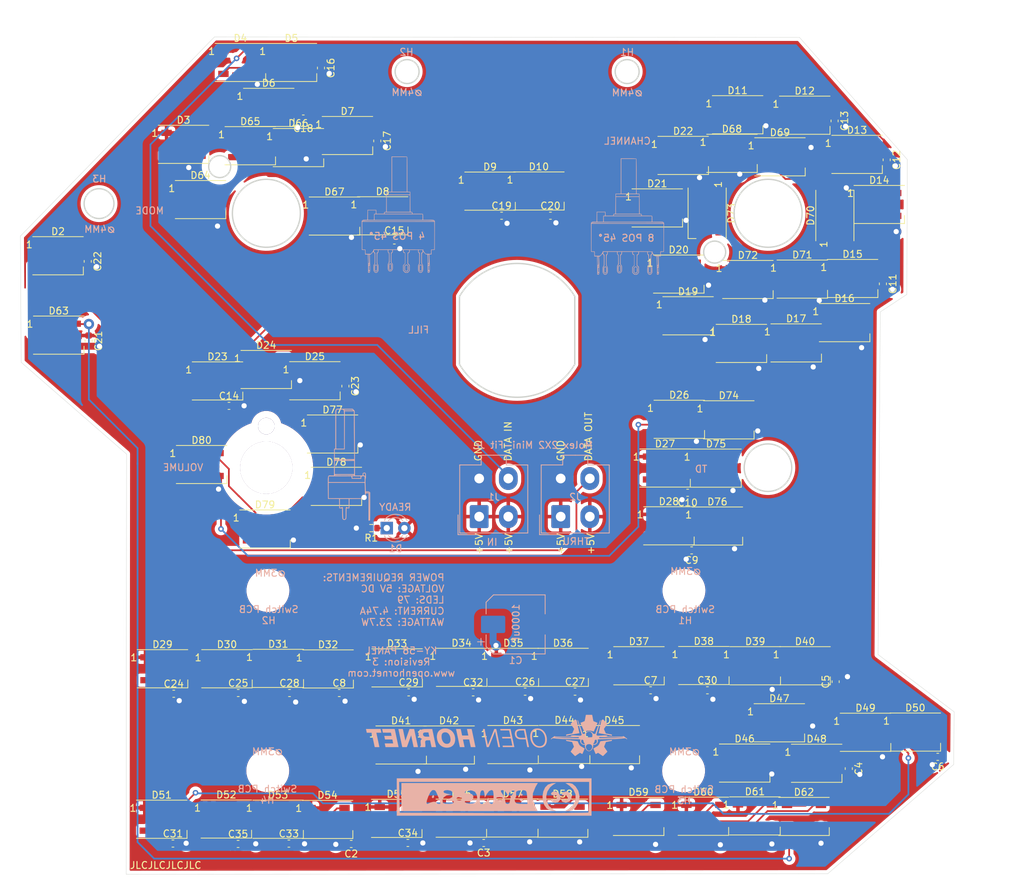
<source format=kicad_pcb>
(kicad_pcb (version 20211014) (generator pcbnew)
  (title_block (title "KY-58 PANEL") (date "2023-02-10") (rev "3"))
  (layers (0 "F.Cu" signal) (31 "B.Cu" signal) (34 "B.Paste" user) (35 "F.Paste" user) (36 "B.SilkS" user "B.Silkscreen") (37 "F.SilkS" user "F.Silkscreen") (38 "B.Mask" user) (39 "F.Mask" user) (44 "Edge.Cuts" user))
  (net 0 "")
  (net 1 "/LED+5V")
  (net 2 "Net-(D1-Pad1)")
  (net 3 "/DATAIN")
  (net 4 "/LEDGND")
  (net 5 "Net-(D3-Pad2)")
  (net 6 "Net-(D4-Pad2)")
  (net 7 "Net-(D6-Pad2)")
  (net 8 "Net-(D8-Pad2)")
  (net 9 "Net-(D10-Pad4)")
  (net 10 "Net-(D10-Pad2)")
  (net 11 "Net-(D11-Pad2)")
  (net 12 "Net-(D12-Pad2)")
  (net 13 "Net-(D13-Pad2)")
  (net 14 "Net-(D14-Pad2)")
  (net 15 "Net-(D15-Pad2)")
  (net 16 "Net-(D16-Pad2)")
  (net 17 "Net-(D17-Pad2)")
  (net 18 "Net-(D18-Pad2)")
  (net 19 "Net-(D19-Pad2)")
  (net 20 "Net-(D20-Pad2)")
  (net 21 "Net-(D21-Pad2)")
  (net 22 "Net-(D22-Pad2)")
  (net 23 "Net-(D23-Pad2)")
  (net 24 "Net-(D24-Pad2)")
  (net 25 "/DATAOUT1")
  (net 26 "Net-(D26-Pad2)")
  (net 27 "Net-(D27-Pad2)")
  (net 28 "Net-(D28-Pad2)")
  (net 29 "Net-(D29-Pad2)")
  (net 30 "Net-(D30-Pad2)")
  (net 31 "Net-(D31-Pad2)")
  (net 32 "Net-(D32-Pad2)")
  (net 33 "Net-(D33-Pad2)")
  (net 34 "Net-(D34-Pad2)")
  (net 35 "Net-(D35-Pad2)")
  (net 36 "Net-(D36-Pad2)")
  (net 37 "Net-(D37-Pad2)")
  (net 38 "Net-(D38-Pad2)")
  (net 39 "Net-(D39-Pad2)")
  (net 40 "Net-(D40-Pad2)")
  (net 41 "Net-(D41-Pad2)")
  (net 42 "Net-(D42-Pad2)")
  (net 43 "Net-(D43-Pad2)")
  (net 44 "Net-(D44-Pad2)")
  (net 45 "Net-(D45-Pad2)")
  (net 46 "Net-(D46-Pad2)")
  (net 47 "Net-(D47-Pad2)")
  (net 48 "Net-(D48-Pad2)")
  (net 49 "/DATAOUT2")
  (net 50 "Net-(D50-Pad2)")
  (net 51 "Net-(D51-Pad2)")
  (net 52 "Net-(D52-Pad2)")
  (net 53 "Net-(D53-Pad2)")
  (net 54 "Net-(D54-Pad2)")
  (net 55 "Net-(D55-Pad2)")
  (net 56 "Net-(D56-Pad2)")
  (net 57 "Net-(D57-Pad2)")
  (net 58 "Net-(D58-Pad2)")
  (net 59 "Net-(D59-Pad2)")
  (net 60 "Net-(D60-Pad2)")
  (net 61 "Net-(D61-Pad2)")
  (net 62 "Net-(D62-Pad2)")
  (net 63 "/DATAOUT")
  (net 64 "Net-(D67-Pad2)")
  (net 65 "Net-(D23-Pad4)")
  (net 66 "Net-(D64-Pad2)")
  (net 67 "Net-(D66-Pad2)")
  (net 68 "Net-(D68-Pad2)")
  (net 69 "Net-(D69-Pad2)")
  (net 70 "Net-(D70-Pad2)")
  (net 71 "Net-(D71-Pad2)")
  (net 72 "Net-(D2-Pad4)")
  (net 73 "Net-(D3-Pad4)")
  (net 74 "Net-(D6-Pad4)")
  (net 75 "Net-(D67-Pad4)")
  (net 76 "Net-(D25-Pad2)")
  (net 77 "Net-(D72-Pad2)")
  (net 78 "Net-(D27-Pad4)")
  (net 79 "Net-(D28-Pad4)")
  (net 80 "Net-(D77-Pad2)")
  (net 81 "Net-(D78-Pad2)")
  (net 82 "Net-(D79-Pad2)")
  (net 83 "Net-(D26-Pad4)")
  (footprint "OH_Footprints:LED_WS2812B_PLCC4_5.0x5.0mm_P3.2mm" (layer "F.Cu") (at 85.8128 75.1584)
    (fp_text reference "D63")
    (fp_text value "WS2812B")
  )
  (footprint "OH_Footprints:LED_WS2812B_PLCC4_5.0x5.0mm_P3.2mm" (layer "F.Cu") (at 85.7134 63.703)
    (fp_text reference "D2")
    (fp_text value "WS2812B")
  )
  (footprint "OH_Footprints:LED_WS2812B_PLCC4_5.0x5.0mm_P3.2mm" (layer "F.Cu") (at 103.825 47.625)
    (fp_text reference "D3")
    (fp_text value "WS2812B")
  )
  (footprint "OH_Footprints:LED_WS2812B_PLCC4_5.0x5.0mm_P3.2mm" (layer "F.Cu") (at 112.028 35.8138)
    (fp_text reference "D4")
    (fp_text value "WS2812B")
  )
  (footprint "OH_Footprints:LED_WS2812B_PLCC4_5.0x5.0mm_P3.2mm" (layer "F.Cu") (at 119.392 35.8138)
    (fp_text reference "D5")
    (fp_text value "WS2812B")
  )
  (footprint "OH_Footprints:LED_WS2812B_PLCC4_5.0x5.0mm_P3.2mm" (layer "F.Cu") (at 116.115 42.2908)
    (fp_text reference "D6")
    (fp_text value "WS2812B")
  )
  (footprint "OH_Footprints:LED_WS2812B_PLCC4_5.0x5.0mm_P3.2mm" (layer "F.Cu") (at 127.471 46.3548)
    (fp_text reference "D7")
    (fp_text value "WS2812B")
  )
  (footprint "OH_Footprints:LED_WS2812B_PLCC4_5.0x5.0mm_P3.2mm" (layer "F.Cu") (at 132.551 57.9372)
    (fp_text reference "D8")
    (fp_text value "WS2812B")
  )
  (footprint "OH_Footprints:LED_WS2812B_PLCC4_5.0x5.0mm_P3.2mm" (layer "F.Cu") (at 148.045 54.3814)
    (fp_text reference "D9")
    (fp_text value "WS2812B")
  )
  (footprint "OH_Footprints:LED_WS2812B_PLCC4_5.0x5.0mm_P3.2mm" (layer "F.Cu") (at 155.092 54.356)
    (fp_text reference "D10")
    (fp_text value "WS2812B")
  )
  (footprint "OH_Footprints:LED_WS2812B_PLCC4_5.0x5.0mm_P3.2mm" (layer "F.Cu") (at 183.769 43.3578)
    (fp_text reference "D11")
    (fp_text value "WS2812B")
  )
  (footprint "OH_Footprints:LED_WS2812B_PLCC4_5.0x5.0mm_P3.2mm" (layer "F.Cu") (at 193.45 43.425)
    (fp_text reference "D12")
    (fp_text value "WS2812B")
  )
  (footprint "OH_Footprints:LED_WS2812B_PLCC4_5.0x5.0mm_P3.2mm" (layer "F.Cu") (at 201 49.077)
    (fp_text reference "D13")
    (fp_text value "WS2812B")
  )
  (footprint "OH_Footprints:LED_WS2812B_PLCC4_5.0x5.0mm_P3.2mm" (layer "F.Cu") (at 204.202 56.3016)
    (fp_text reference "D14")
    (fp_text value "WS2812B")
  )
  (footprint "OH_Footprints:LED_WS2812B_PLCC4_5.0x5.0mm_P3.2mm" (layer "F.Cu") (at 200.355 66.9798)
    (fp_text reference "D15")
    (fp_text value "WS2812B")
  )
  (footprint "OH_Footprints:LED_WS2812B_PLCC4_5.0x5.0mm_P3.2mm" (layer "F.Cu") (at 199.201 73.3554)
    (fp_text reference "D16")
    (fp_text value "WS2812B")
  )
  (footprint "OH_Footprints:LED_WS2812B_PLCC4_5.0x5.0mm_P3.2mm" (layer "F.Cu") (at 192.216 76.276)
    (fp_text reference "D17")
    (fp_text value "WS2812B")
  )
  (footprint "OH_Footprints:LED_WS2812B_PLCC4_5.0x5.0mm_P3.2mm" (layer "F.Cu") (at 184.314 76.3522)
    (fp_text reference "D18")
    (fp_text value "WS2812B")
  )
  (footprint "OH_Footprints:LED_WS2812B_PLCC4_5.0x5.0mm_P3.2mm" (layer "F.Cu") (at 176.62 72.3644)
    (fp_text reference "D19")
    (fp_text value "WS2812B")
  )
  (footprint "OH_Footprints:LED_WS2812B_PLCC4_5.0x5.0mm_P3.2mm" (layer "F.Cu") (at 175.275 66.35)
    (fp_text reference "D20")
    (fp_text value "WS2812B")
  )
  (footprint "OH_Footprints:LED_WS2812B_PLCC4_5.0x5.0mm_P3.2mm" (layer "F.Cu") (at 172.174 56.7994)
    (fp_text reference "D21")
    (fp_text value "WS2812B")
  )
  (footprint "OH_Footprints:LED_WS2812B_PLCC4_5.0x5.0mm_P3.2mm" (layer "F.Cu") (at 175.909 49.225)
    (fp_text reference "D22")
    (fp_text value "WS2812B")
  )
  (footprint "OH_Footprints:LED_WS2812B_PLCC4_5.0x5.0mm_P3.2mm" (layer "F.Cu") (at 108.724 81.7624)
    (fp_text reference "D23")
    (fp_text value "WS2812B")
  )
  (footprint "OH_Footprints:LED_WS2812B_PLCC4_5.0x5.0mm_P3.2mm" (layer "F.Cu") (at 115.748 80.1116)
    (fp_text reference "D24")
    (fp_text value "WS2812B")
  )
  (footprint "OH_Footprints:LED_WS2812B_PLCC4_5.0x5.0mm_P3.2mm" (layer "F.Cu") (at 122.772 81.737)
    (fp_text reference "D25")
    (fp_text value "WS2812B")
  )
  (footprint "OH_Footprints:LED_WS2812B_PLCC4_5.0x5.0mm_P3.2mm" (layer "F.Cu") (at 175.35 87.2996)
    (fp_text reference "D26")
    (fp_text value "WS2812B")
  )
  (footprint "OH_Footprints:LED_WS2812B_PLCC4_5.0x5.0mm_P3.2mm" (layer "F.Cu") (at 173.293 94.3354)
    (fp_text reference "D27")
    (fp_text value "WS2812B")
  )
  (footprint "OH_Footprints:LED_WS2812B_PLCC4_5.0x5.0mm_P3.2mm" (layer "F.Cu") (at 173.851 102.667)
    (fp_text reference "D28")
    (fp_text value "WS2812B")
  )
  (footprint "OH_Footprints:LED_WS2812B_PLCC4_5.0x5.0mm_P3.2mm" (layer "F.Cu") (at 100.787 123.292)
    (fp_text reference "D29")
    (fp_text value "WS2812B")
  )
  (footprint "OH_Footprints:LED_WS2812B_PLCC4_5.0x5.0mm_P3.2mm" (layer "F.Cu") (at 110.084 123.292)
    (fp_text reference "D30")
    (fp_text value "WS2812B")
  )
  (footprint "OH_Footprints:LED_WS2812B_PLCC4_5.0x5.0mm_P3.2mm" (layer "F.Cu") (at 117.489 123.241)
    (fp_text reference "D31")
    (fp_text value "WS2812B")
  )
  (footprint "OH_Footprints:LED_WS2812B_PLCC4_5.0x5.0mm_P3.2mm" (layer "F.Cu") (at 124.677 123.317)
    (fp_text reference "D32")
    (fp_text value "WS2812B")
  )
  (footprint "OH_Footprints:LED_WS2812B_PLCC4_5.0x5.0mm_P3.2mm" (layer "F.Cu") (at 134.634 123.164)
    (fp_text reference "D33")
    (fp_text value "WS2812B")
  )
  (footprint "OH_Footprints:LED_WS2812B_PLCC4_5.0x5.0mm_P3.2mm" (layer "F.Cu") (at 143.942 123.088)
    (fp_text reference "D34")
    (fp_text value "WS2812B")
  )
  (footprint "OH_Footprints:LED_WS2812B_PLCC4_5.0x5.0mm_P3.2mm" (layer "F.Cu") (at 151.409 123.088)
    (fp_text reference "D35")
    (fp_text value "WS2812B")
  )
  (footprint "OH_Footprints:LED_WS2812B_PLCC4_5.0x5.0mm_P3.2mm" (layer "F.Cu") (at 158.584 123.088)
    (fp_text reference "D36")
    (fp_text value "WS2812B")
  )
  (footprint "OH_Footprints:LED_WS2812B_PLCC4_5.0x5.0mm_P3.2mm" (layer "F.Cu") (at 169.531 122.86)
    (fp_text reference "D37")
    (fp_text value "WS2812B")
  )
  (footprint "OH_Footprints:LED_WS2812B_PLCC4_5.0x5.0mm_P3.2mm" (layer "F.Cu") (at 178.892 122.834)
    (fp_text reference "D38")
    (fp_text value "WS2812B")
  )
  (footprint "OH_Footprints:LED_WS2812B_PLCC4_5.0x5.0mm_P3.2mm" (layer "F.Cu") (at 186.309 122.86)
    (fp_text reference "D39")
    (fp_text value "WS2812B")
  )
  (footprint "OH_Footprints:LED_WS2812B_PLCC4_5.0x5.0mm_P3.2mm" (layer "F.Cu") (at 193.497 122.86)
    (fp_text reference "D40")
    (fp_text value "WS2812B")
  )
  (footprint "OH_Footprints:LED_WS2812B_PLCC4_5.0x5.0mm_P3.2mm" (layer "F.Cu") (at 135.216 134.29)
    (fp_text reference "D41")
    (fp_text value "WS2812B")
  )
  (footprint "OH_Footprints:LED_WS2812B_PLCC4_5.0x5.0mm_P3.2mm" (layer "F.Cu") (at 142.138 134.29)
    (fp_text reference "D42")
    (fp_text value "WS2812B")
  )
  (footprint "OH_Footprints:LED_WS2812B_PLCC4_5.0x5.0mm_P3.2mm" (layer "F.Cu") (at 151.359 134.239)
    (fp_text reference "D43")
    (fp_text value "WS2812B")
  )
  (footprint "OH_Footprints:LED_WS2812B_PLCC4_5.0x5.0mm_P3.2mm" (layer "F.Cu") (at 158.801 134.214)
    (fp_text reference "D44")
    (fp_text value "WS2812B")
  )
  (footprint "OH_Footprints:LED_WS2812B_PLCC4_5.0x5.0mm_P3.2mm" (layer "F.Cu") (at 165.975 134.239)
    (fp_text reference "D45")
    (fp_text value "WS2812B")
  )
  (footprint "OH_Footprints:LED_WS2812B_PLCC4_5.0x5.0mm_P3.2mm" (layer "F.Cu") (at 184.785 136.906)
    (fp_text reference "D46")
    (fp_text value "WS2812B")
  )
  (footprint "OH_Footprints:LED_WS2812B_PLCC4_5.0x5.0mm_P3.2mm" (layer "F.Cu") (at 189.789 131.089)
    (fp_text reference "D47")
    (fp_text value "WS2812B")
  )
  (footprint "OH_Footprints:LED_WS2812B_PLCC4_5.0x5.0mm_P3.2mm" (layer "F.Cu") (at 195.174 136.931)
    (fp_text reference "D48")
    (fp_text value "WS2812B")
  )
  (footprint "OH_Footprints:LED_WS2812B_PLCC4_5.0x5.0mm_P3.2mm" (layer "F.Cu") (at 202.223 132.461)
    (fp_text reference "D49")
    (fp_text value "WS2812B")
  )
  (footprint "OH_Footprints:LED_WS2812B_PLCC4_5.0x5.0mm_P3.2mm" (layer "F.Cu") (at 209.409 132.435)
    (fp_text reference "D50")
    (fp_text value "WS2812B")
  )
  (footprint "OH_Footprints:LED_WS2812B_PLCC4_5.0x5.0mm_P3.2mm" (layer "F.Cu") (at 100.674 145.009)
    (fp_text reference "D51")
    (fp_text value "WS2812B")
  )
  (footprint "OH_Footprints:LED_WS2812B_PLCC4_5.0x5.0mm_P3.2mm" (layer "F.Cu") (at 109.994 144.983)
    (fp_text reference "D52")
    (fp_text value "WS2812B")
  )
  (footprint "OH_Footprints:LED_WS2812B_PLCC4_5.0x5.0mm_P3.2mm" (layer "F.Cu") (at 117.461 145.008)
    (fp_text reference "D53")
    (fp_text value "WS2812B")
  )
  (footprint "OH_Footprints:LED_WS2812B_PLCC4_5.0x5.0mm_P3.2mm" (layer "F.Cu") (at 124.599 145.034)
    (fp_text reference "D54")
    (fp_text value "WS2812B")
  )
  (footprint "OH_Footprints:LED_WS2812B_PLCC4_5.0x5.0mm_P3.2mm" (layer "F.Cu") (at 134.581 144.881)
    (fp_text reference "D55")
    (fp_text value "WS2812B")
  )
  (footprint "OH_Footprints:LED_WS2812B_PLCC4_5.0x5.0mm_P3.2mm" (layer "F.Cu") (at 143.903 144.856)
    (fp_text reference "D56")
    (fp_text value "WS2812B")
  )
  (footprint "OH_Footprints:LED_WS2812B_PLCC4_5.0x5.0mm_P3.2mm" (layer "F.Cu") (at 151.322 144.831)
    (fp_text reference "D57")
    (fp_text value "WS2812B")
  )
  (footprint "OH_Footprints:LED_WS2812B_PLCC4_5.0x5.0mm_P3.2mm" (layer "F.Cu") (at 158.51 144.856)
    (fp_text reference "D58")
    (fp_text value "WS2812B")
  )
  (footprint "OH_Footprints:LED_WS2812B_PLCC4_5.0x5.0mm_P3.2mm" (layer "F.Cu") (at 169.48 144.602)
    (fp_text reference "D59")
    (fp_text value "WS2812B")
  )
  (footprint "OH_Footprints:LED_WS2812B_PLCC4_5.0x5.0mm_P3.2mm" (layer "F.Cu") (at 178.828 144.577)
    (fp_text reference "D60")
    (fp_text value "WS2812B")
  )
  (footprint "OH_Footprints:LED_WS2812B_PLCC4_5.0x5.0mm_P3.2mm" (layer "F.Cu") (at 186.27 144.526)
    (fp_text reference "D61")
    (fp_text value "WS2812B")
  )
  (footprint "OH_Footprints:LED_WS2812B_PLCC4_5.0x5.0mm_P3.2mm" (layer "F.Cu") (at 193.345 144.602)
    (fp_text reference "D62")
    (fp_text value "WS2812B")
  )
  (footprint "OH_Footprints:R_0603_1608Metric" (layer "F.Cu") (at 130.912 102.997 180)
    (fp_text reference "R1")
    (fp_text value "R")
  )
  (footprint "OH_Footprints:C_0603_1608Metric" (layer "F.Cu") (at 199.81 137.6975 -90)
    (fp_text reference "C4")
    (fp_text value "C")
  )
  (footprint "OH_Footprints:C_0603_1608Metric" (layer "F.Cu") (at 197.917 125.161 90)
    (fp_text reference "C5")
    (fp_text value "C")
  )
  (footprint "OH_Footprints:C_0603_1608Metric" (layer "F.Cu") (at 212.6475 136 180)
    (fp_text reference "C6")
    (fp_text value "C")
  )
  (footprint "OH_Footprints:C_0603_1608Metric" (layer "F.Cu") (at 171.2125 126.4)
    (fp_text reference "C7")
    (fp_text value "C")
  )
  (footprint "OH_Footprints:C_0603_1608Metric" (layer "F.Cu") (at 126.2875 126.8)
    (fp_text reference "C8")
    (fp_text value "C")
  )
  (footprint "OH_Footprints:C_0603_1608Metric" (layer "F.Cu") (at 177.1375 106.21 180)
    (fp_text reference "C9")
    (fp_text value "C")
  )
  (footprint "OH_Footprints:C_0603_1608Metric" (layer "F.Cu") (at 176.5625 97.9 180)
    (fp_text reference "C10")
    (fp_text value "C")
  )
  (footprint "OH_Footprints:C_0603_1608Metric" (layer "F.Cu") (at 205.28 49.8625 -90)
    (fp_text reference "C12")
    (fp_text value "C")
  )
  (footprint "OH_Footprints:C_0603_1608Metric" (layer "F.Cu") (at 197.765 44.2475 -90)
    (fp_text reference "C13")
    (fp_text value "C")
  )
  (footprint "OH_Footprints:C_0603_1608Metric" (layer "F.Cu") (at 110.3825 85.36)
    (fp_text reference "C14")
    (fp_text value "C")
  )
  (footprint "OH_Footprints:C_0603_1608Metric" (layer "F.Cu") (at 147.1375 148.43 180)
    (fp_text reference "C3")
    (fp_text value "C")
  )
  (footprint "OH_Footprints:C_0603_1608Metric" (layer "F.Cu") (at 128.0175 148.57 180)
    (fp_text reference "C2")
    (fp_text value "C")
  )
  (footprint "OH_Footprints:C_0603_1608Metric" (layer "F.Cu") (at 204.73 67.7575 -90)
    (fp_text reference "C11")
    (fp_text value "C")
  )
  (footprint "OH_Footprints:C_0603_1608Metric" (layer "F.Cu") (at 123.65 36.6125 -90)
    (fp_text reference "C16")
    (fp_text value "C")
  )
  (footprint "OH_Footprints:C_0603_1608Metric" (layer "F.Cu") (at 131.775 47.1375 -90)
    (fp_text reference "C17")
    (fp_text value "C")
  )
  (footprint "OH_Footprints:C_0603_1608Metric" (layer "F.Cu") (at 121.1 43.9 180)
    (fp_text reference "C18")
    (fp_text value "C")
  )
  (footprint "OH_Footprints:C_0603_1608Metric" (layer "F.Cu") (at 149.7125 57.925)
    (fp_text reference "C19")
    (fp_text value "C")
  )
  (footprint "OH_Footprints:C_0603_1608Metric" (layer "F.Cu") (at 156.7625 57.925)
    (fp_text reference "C20")
    (fp_text value "C")
  )
  (footprint "OH_Footprints:C_0603_1608Metric" (layer "F.Cu") (at 90.125 75.9875 -90)
    (fp_text reference "C21")
    (fp_text value "C")
  )
  (footprint "OH_Footprints:C_0603_1608Metric" (layer "F.Cu") (at 90 64.5125 -90)
    (fp_text reference "C22")
    (fp_text value "C")
  )
  (footprint "OH_Footprints:C_0603_1608Metric" (layer "F.Cu") (at 127.175 82.5125 -90)
    (fp_text reference "C23")
    (fp_text value "C")
  )
  (footprint "OH_Footprints:C_0603_1608Metric" (layer "F.Cu") (at 102.4125 126.9)
    (fp_text reference "C24")
    (fp_text value "C")
  )
  (footprint "OH_Footprints:C_0603_1608Metric" (layer "F.Cu") (at 111.7125 126.8)
    (fp_text reference "C25")
    (fp_text value "C")
  )
  (footprint "OH_Footprints:C_0603_1608Metric" (layer "F.Cu") (at 153.1125 126.6)
    (fp_text reference "C26")
    (fp_text value "C")
  )
  (footprint "OH_Footprints:C_0603_1608Metric" (layer "F.Cu") (at 160.3125 126.6)
    (fp_text reference "C27")
    (fp_text value "C")
  )
  (footprint "OH_Footprints:C_0603_1608Metric" (layer "F.Cu") (at 119.1125 126.8)
    (fp_text reference "C28")
    (fp_text value "C")
  )
  (footprint "OH_Footprints:C_0603_1608Metric" (layer "F.Cu") (at 136.3125 126.7)
    (fp_text reference "C29")
    (fp_text value "C")
  )
  (footprint "OH_Footprints:C_0603_1608Metric" (layer "F.Cu") (at 179.4125 126.4)
    (fp_text reference "C30")
    (fp_text value "C")
  )
  (footprint "OH_Footprints:C_0603_1608Metric" (layer "F.Cu") (at 145.6125 126.7)
    (fp_text reference "C32")
    (fp_text value "C")
  )
  (footprint "OH_Footprints:C_0603_1608Metric" (layer "F.Cu") (at 119.0225 148.53)
    (fp_text reference "C33")
    (fp_text value "C")
  )
  (footprint "OH_Footprints:C_0603_1608Metric" (layer "F.Cu") (at 136.1925 148.43)
    (fp_text reference "C34")
    (fp_text value "C")
  )
  (footprint "OH_Footprints:C_0603_1608Metric" (layer "F.Cu") (at 111.6925 148.57)
    (fp_text reference "C35")
    (fp_text value "C")
  )
  (footprint "OH_Footprints:C_0603_1608Metric" (layer "F.Cu") (at 134.2375 61.5)
    (fp_text reference "C15")
    (fp_text value "C")
  )
  (footprint "OH_Footprints:C_0603_1608Metric" (layer "F.Cu") (at 102.2925 148.52)
    (fp_text reference "C31")
    (fp_text value "C")
  )
  (footprint "OH_Footprints:LED_WS2812B_PLCC4_5.0x5.0mm_P3.2mm" (layer "F.Cu") (at 106.275 55.6)
    (fp_text reference "D64")
    (fp_text value "WS2812B")
  )
  (footprint "OH_Footprints:LED_WS2812B_PLCC4_5.0x5.0mm_P3.2mm" (layer "F.Cu") (at 113.45 47.825)
    (fp_text reference "D65")
    (fp_text value "WS2812B")
  )
  (footprint "OH_Footprints:LED_WS2812B_PLCC4_5.0x5.0mm_P3.2mm" (layer "F.Cu") (at 120.4 48.1)
    (fp_text reference "D66")
    (fp_text value "WS2812B")
  )
  (footprint "OH_Footprints:LED_WS2812B_PLCC4_5.0x5.0mm_P3.2mm" (layer "F.Cu") (at 125.6 57.975)
    (fp_text reference "D67")
    (fp_text value "WS2812B")
  )
  (footprint "OH_Footprints:LED_WS2812B_PLCC4_5.0x5.0mm_P3.2mm" (layer "F.Cu") (at 182.95 48.925)
    (fp_text reference "D68")
    (fp_text value "WS2812B")
  )
  (footprint "OH_Footprints:LED_WS2812B_PLCC4_5.0x5.0mm_P3.2mm" (layer "F.Cu") (at 189.875 49.425)
    (fp_text reference "D69")
    (fp_text value "WS2812B")
  )
  (footprint "OH_Footprints:LED_WS2812B_PLCC4_5.0x5.0mm_P3.2mm" (layer "F.Cu") (at 197.8 57.9 90)
    (fp_text reference "D70")
    (fp_text value "WS2812B")
  )
  (footprint "OH_Footprints:LED_WS2812B_PLCC4_5.0x5.0mm_P3.2mm" (layer "F.Cu") (at 193.1 67.075)
    (fp_text reference "D71")
    (fp_text value "WS2812B")
  )
  (footprint "OH_Footprints:LED_WS2812B_PLCC4_5.0x5.0mm_P3.2mm" (layer "F.Cu") (at 185.25 67.125)
    (fp_text reference "D72")
    (fp_text value "WS2812B")
  )
  (footprint "MountingHole:MountingHole_3.2mm_M3" (layer "F.Cu") (at 116 112)
    (fp_text reference "REF**" hide)
    (fp_text value "MountingHole_3.2mm_M3")
  )
  (footprint "MountingHole:MountingHole_3.2mm_M3" (layer "F.Cu") (at 175.975 138.025)
    (fp_text reference "REF**" hide)
    (fp_text value "MountingHole_3.2mm_M3")
  )
  (footprint "OH_Footprints:LED_WS2812B_PLCC4_5.0x5.0mm_P3.2mm" (layer "F.Cu") (at 179.375 57.575 -90)
    (fp_text reference "D73")
    (fp_text value "WS2812B")
  )
  (footprint "OH_Footprints:LED_WS2812B_PLCC4_5.0x5.0mm_P3.2mm" (layer "F.Cu") (at 182.5 87.375)
    (fp_text reference "D74")
    (fp_text value "WS2812B")
  )
  (footprint "OH_Footprints:LED_WS2812B_PLCC4_5.0x5.0mm_P3.2mm" (layer "F.Cu") (at 180.65 94.35)
    (fp_text reference "D75")
    (fp_text value "WS2812B")
  )
  (footprint "OH_Footprints:LED_WS2812B_PLCC4_5.0x5.0mm_P3.2mm" (layer "F.Cu") (at 180.85 102.7)
    (fp_text reference "D76")
    (fp_text value "WS2812B")
  )
  (footprint "OH_Footprints:LED_WS2812B_PLCC4_5.0x5.0mm_P3.2mm" (layer "F.Cu") (at 125.325 89.425)
    (fp_text reference "D77")
    (fp_text value "WS2812B")
  )
  (footprint "OH_Footprints:LED_WS2812B_PLCC4_5.0x5.0mm_P3.2mm" (layer "F.Cu") (at 125.875 96.975)
    (fp_text reference "D78")
    (fp_text value "WS2812B")
  )
  (footprint "OH_Footprints:LED_WS2812B_PLCC4_5.0x5.0mm_P3.2mm" (layer "F.Cu") (at 115.575 103.125)
    (fp_text reference "D79")
    (fp_text value "WS2812B")
  )
  (footprint "OH_Footprints:LED_WS2812B_PLCC4_5.0x5.0mm_P3.2mm" (layer "F.Cu") (at 106.425 93.825)
    (fp_text reference "D80")
    (fp_text value "WS2812B")
  )
  (footprint "OH_Backlighting:BR10K_Pot_11mm_x_11mm" (layer "F.Cu") (at 115.760258 94.278977 180)
    (fp_text reference "REF**" hide)
    (fp_text value "BR10K_Pot_11mm_x_11mm" hide)
  )
  (footprint "MountingHole:MountingHole_3.2mm_M3" (layer "F.Cu") (at 115.975 138)
    (fp_text reference "REF**" hide)
    (fp_text value "MountingHole_3.2mm_M3")
  )
  (footprint "MountingHole:MountingHole_3.2mm_M3" (layer "F.Cu") (at 176.025 112)
    (fp_text reference "REF**" hide)
    (fp_text value "MountingHole_3.2mm_M3")
  )
  (footprint "OH_Footprints:LED_D3.0mm" (layer "B.Cu") (at 133.147 102.997)
    (fp_text reference "D1")
    (fp_text value "LED")
  )
  (footprint "OH_Footprints:Molex_Mini-Fit_Jr_5566-04A_2x02_P4.20mm_Vertical" (layer "B.Cu") (at 146.482 101.343)
    (fp_text reference "J1")
    (fp_text value "Conn_01x04_Female")
  )
  (footprint "OH_Footprints:Molex_Mini-Fit_Jr_5566-04A_2x02_P4.20mm_Vertical" (layer "B.Cu") (at 158.242 101.343)
    (fp_text reference "J2")
    (fp_text value "Conn_01x04_Female")
  )
  (footprint "OH_Footprints:CP_Elec_8x10" (layer "B.Cu") (at 151.741 116.891)
    (fp_text reference "C1")
    (fp_text value "C_Polarized")
  )
  (footprint "OH_Backlighting:A12505RNZQ - SWITCH, ROTARY, 45 DEG" (layer "B.Cu") (at 167.9 58.025 180)
    (fp_text reference "G***" hide)
    (fp_text value "LOGO" hide)
  )
  (footprint "OH_Backlighting:BR10K_Pot_Silkscreen" (layer "B.Cu") (at 127.7 93.85 180)
    (fp_text reference "G***" hide)
    (fp_text value "LOGO" hide)
  )
  (footprint "OH_Backlighting:A12505RNZQ - SWITCH, ROTARY, 45 DEG" (layer "B.Cu") (at 134.825 57.75 180)
    (fp_text reference "G***" hide)
    (fp_text value "LOGO" hide)
  )
  (footprint "OH_General:OH_LOGO_37.7mm_5.9mm" (layer "B.Cu") (at 148.9964 132.9182 180)
    (fp_text reference "G***" hide)
    (fp_text value "LOGO" hide)
  )
  (footprint "OH_General:CC-BY-NC-SA-Small" (layer "B.Cu") (at 148.725 141.8 180)
    (fp_text reference "G***" hide)
    (fp_text value "LOGO" hide)
  )
  (gr_line (start 95.6 92.32) (end 95.54 152.95) (layer "Edge.Cuts") (width 0.05))
  (gr_line (start 214.95 137.1) (end 196.79 152.86) (layer "Edge.Cuts") (width 0.05))
  (gr_line (start 80.2894 60.8584) (end 80.391 79.0702) (layer "Edge.Cuts") (width 0.05))
  (gr_circle (center 91.630258 56.178977) (end 93.782907 56.178977) (layer "Edge.Cuts") (width 0.2) (fill none))
  (gr_circle (center 109.039807 50.838807) (end 110.627307 50.838807) (layer "Edge.Cuts") (width 0.2) (fill none))
  (gr_circle (center 180.459113 63.172654) (end 182.046613 63.172654) (layer "Edge.Cuts") (width 0.2) (fill none))
  (gr_line (start 204.03 121.24) (end 215.01 129.51) (layer "Edge.Cuts") (width 0.05))
  (gr_line (start 160.269646 79.369227) (end 160.273757 69.571708) (layer "Edge.Cuts") (width 0.2))
  (gr_line (start 208.25 49.81) (end 192.7 32.2) (layer "Edge.Cuts") (width 0.05))
  (gr_line (start 108.2802 32.131) (end 80.2894 60.8584) (layer "Edge.Cuts") (width 0.05))
  (gr_circle (center 188.150258 94.278977) (end 191.579258 94.278977) (layer "Edge.Cuts") (width 0.2) (fill none))
  (gr_circle (center 115.775 57.573999) (end 120.6772 57.573999) (layer "Edge.Cuts") (width 0.2) (fill none))
  (gr_line (start 80.391 79.0702) (end 95.6 92.32) (layer "Edge.Cuts") (width 0.05))
  (gr_line (start 208.19 69.28) (end 204.35 71.81) (layer "Edge.Cuts") (width 0.05))
  (gr_arc (start 160.269646 79.369227) (mid 151.951207 84.118976) (end 143.636758 79.362247) (layer "Edge.Cuts") (width 0.2))
  (gr_line (start 143.640871 69.564727) (end 143.636758 79.362247) (layer "Edge.Cuts") (width 0.2))
  (gr_line (start 215.01 129.51) (end 214.95 137.1) (layer "Edge.Cuts") (width 0.05))
  (gr_line (start 192.7 32.2) (end 108.2802 32.131) (layer "Edge.Cuts") (width 0.05))
  (gr_arc (start 143.640871 69.564727) (mid 151.959309 64.814979) (end 160.273757 69.571708) (layer "Edge.Cuts") (width 0.2))
  (gr_circle (center 136.080258 37.128977) (end 137.807457 37.128977) (layer "Edge.Cuts") (width 0.2) (fill none))
  (gr_circle (center 167.830258 37.128977) (end 169.557457 37.128977) (layer "Edge.Cuts") (width 0.2) (fill none))
  (gr_circle (center 188.164999 57.573999) (end 193.067199 57.573999) (layer "Edge.Cuts") (width 0.2) (fill none))
  (gr_line (start 208.25 49.81) (end 208.19 69.28) (layer "Edge.Cuts") (width 0.05))
  (gr_line (start 95.54 152.95) (end 196.79 152.86) (layer "Edge.Cuts") (width 0.05))
  (gr_line (start 204.35 71.81) (end 204.03 121.24) (layer "Edge.Cuts") (width 0.05))
  (gr_text "4 POS 45°" (at 134.6 60.875) (layer "B.SilkS") (effects (font (size 1 1)) (justify mirror)))
  (gr_text "KY-58 PANEL\nRevision: 3\nwww.openhornet.com" (at 135.2296 122.301) (layer "B.SilkS") (effects (font (size 1 1)) (justify mirror)))
  (gr_text "⌀3MM" (at 115.95 135.25) (layer "B.SilkS") (effects (font (size 1 1)) (justify mirror)))
  (gr_text "Switch PCB\nH2" (at 116.1104 115.5314) (layer "B.SilkS") (effects (font (size 1 1)) (justify mirror)))
  (gr_text "⌀4MM" (at 91.75 59.875) (layer "B.SilkS") (effects (font (size 1 1)) (justify mirror)))
  (gr_text "POWER REQUIREMENTS:\nVOLTAGE: 5V DC\nLEDS: 79\nCURRENT: 4.74A\nWATTAGE: 23.7W" (at 141.5542 113.3602) (layer "B.SilkS") (effects (font (size 1 1)) (justify left mirror)))
  (gr_text "⌀3MM" (at 176.3026 109.2346) (layer "B.SilkS") (effects (font (size 1 1)) (justify mirror)))
  (gr_text "VOLUME" (at 103.75 94.25) (layer "B.SilkS") (effects (font (size 1 1)) (justify mirror)))
  (gr_text "MODE" (at 98.925 57.2) (layer "B.SilkS") (effects (font (size 1 1)) (justify mirror)))
  (gr_text "Switch PCB\nH1" (at 176.201 115.5338) (layer "B.SilkS") (effects (font (size 1 1)) (justify mirror)))
  (gr_text "H1" (at 167.8178 34.3408) (layer "B.SilkS") (effects (font (size 1 1)) (justify mirror)))
  (gr_text "⌀3MM" (at 176.1268 135.2626) (layer "B.SilkS") (effects (font (size 1 1)) (justify mirror)))
  (gr_text "FILL" (at 137.75 74.4) (layer "B.SilkS") (effects (font (size 1 1)) (justify mirror)))
  (gr_text "H2" (at 135.9916 34.3154) (layer "B.SilkS") (effects (font (size 1 1)) (justify mirror)))
  (gr_text "⌀4MM" (at 167.8686 40.1828) (layer "B.SilkS") (effects (font (size 1 1)) (justify mirror)))
  (gr_text "Switch PCB\nH3" (at 176.0506 141.511) (layer "B.SilkS") (effects (font (size 1 1)) (justify mirror)))
  (gr_text "READY" (at 134.366 99.9744) (layer "B.SilkS") (effects (font (size 1 1)) (justify mirror)))
  (gr_text "IN" (at 148.35 105.025) (layer "B.SilkS") (effects (font (size 1 1)) (justify mirror)))
  (gr_text "Molex 2X2 Mini-Fit Jr." (at 154.175 91.025) (layer "B.SilkS") (effects (font (size 1 1)) (justify mirror)))
  (gr_text "CHANNEL" (at 167.875 47.15) (layer "B.SilkS") (effects (font (size 1 1)) (justify mirror)))
  (gr_text "8 POS 45°" (at 167.675 61.15) (layer "B.SilkS") (effects (font (size 1 1)) (justify mirror)))
  (gr_text "⌀3MM" (at 116.3644 109.4862) (layer "B.SilkS") (effects (font (size 1 1)) (justify mirror)))
  (gr_text "TD" (at 178.5 94.475) (layer "B.SilkS") (effects (font (size 1 1)) (justify mirror)))
  (gr_text "Switch PCB\nH4" (at 115.925 141.45) (layer "B.SilkS") (effects (font (size 1 1)) (justify mirror)))
  (gr_text "THRU" (at 160.45 104.925) (layer "B.SilkS") (effects (font (size 1 1)) (justify mirror)))
  (gr_text "1000uF" (at 151.7904 116.7384 90) (layer "B.SilkS") (effects (font (size 1 1)) (justify mirror)))
  (gr_text "⌀4MM" (at 136.0932 40.132) (layer "B.SilkS") (effects (font (size 1 1)) (justify mirror)))
  (gr_text "H3" (at 91.675 52.625) (layer "B.SilkS") (effects (font (size 1 1)) (justify mirror)))
  (gr_text "DATA IN" (at 150.65 90.467857 90) (layer "F.SilkS") (effects (font (size 1 1))))
  (gr_text "JLCJLCJLCJLC" (at 101.25 151.65) (layer "F.SilkS") (effects (font (size 1 1))))
  (gr_text "GND" (at 146.35 91.825 90) (layer "F.SilkS") (effects (font (size 1 1))))
  (gr_text "+5V" (at 162.575 105.275 90) (layer "F.SilkS") (effects (font (size 1 1))))
  (gr_text "GND" (at 158.25 91.825 90) (layer "F.SilkS") (effects (font (size 1 1))))
  (gr_text "+5V" (at 146.475 105.275 90) (layer "F.SilkS") (effects (font (size 1 1))))
  (gr_text "+5V" (at 150.75 105.275 90) (layer "F.SilkS") (effects (font (size 1 1))))
  (gr_text "DATA OUT" (at 162.25 89.80119 90) (layer "F.SilkS") (effects (font (size 1 1))))
  (gr_text "+5V" (at 158.275 105.275 90) (layer "F.SilkS") (effects (font (size 1 1))))
  (segment (start 115.739997 47.300001) (end 117.149999 47.300001) (width 0.75) (layer "F.Cu") (net 1))
  (segment (start 201.268002 43.46) (end 197.765 43.46) (width 0.25) (layer "F.Cu") (net 1))
  (segment (start 117.149999 47.300001) (end 117.95 46.5) (width 0.75) (layer "F.Cu") (net 1))
  (segment (start 114.574999 50.385001) (end 114.574999 48.464999) (width 0.75) (layer "F.Cu") (net 1))
  (segment (start 118.750011 51.975011) (end 116.165009 51.975011) (width 0.75) (layer "F.Cu") (net 1))
  (segment (start 116.165009 51.975011) (end 114.574999 50.385001) (width 0.75) (layer "F.Cu") (net 1))
  (segment (start 205.28 49.075) (end 205.28 47.471998) (width 0.25) (layer "F.Cu") (net 1))
  (segment (start 123.15 56.375) (end 118.750011 51.975011) (width 0.75) (layer "F.Cu") (net 1))
  (segment (start 158.242 101.343) (end 157.1567 101.343) (width 0.25) (layer "F.Cu") (net 1))
  (segment (start 205.28 47.471998) (end 201.268002 43.46) (width 0.25) (layer "F.Cu") (net 1))
  (segment (start 114.574999 48.464999) (end 115.739997 47.300001) (width 0.75) (layer "F.Cu") (net 1))
  (via (at 148.9025 119.9288) (size 1.5) (drill 0.75) (layers "F.Cu" "B.Cu") (net 1))
  (segment (start 148.491 119.5173) (end 148.491 116.891) (width 1) (layer "B.Cu") (net 1))
  (segment (start 148.9025 119.9288) (end 148.491 119.5173) (width 1) (layer "B.Cu") (net 1))
  (segment (start 131.6995 102.997) (end 133.147 102.997) (width 0.25) (layer "F.Cu") (net 2))
  (segment (start 111.475 35.225) (end 111.475 35.225) (width 0.25) (layer "F.Cu") (net 3))
  (segment (start 112.4862 34.2138) (end 111.475 35.225) (width 0.25) (layer "F.Cu") (net 3))
  (segment (start 114.478 34.2138) (end 112.4862 34.2138) (width 0.25) (layer "F.Cu") (net 3))
  (via (at 111.475 35.225) (size 0.8) (drill 0.4) (layers "F.Cu" "B.Cu") (net 3))
  (segment (start 99.05 59.4) (end 116.225 76.575) (width 0.25) (layer "B.Cu") (net 3))
  (segment (start 131.775 76.575) (end 150.682 95.482) (width 0.25) (layer "B.Cu") (net 3))
  (segment (start 111.475 35.225) (end 99.05 47.65) (width 0.25) (layer "B.Cu") (net 3))
  (segment (start 116.225 76.575) (end 131.775 76.575) (width 0.25) (layer "B.Cu") (net 3))
  (segment (start 99.05 47.65) (end 99.05 59.4) (width 0.25) (layer "B.Cu") (net 3))
  (segment (start 150.682 95.482) (end 150.682 95.843) (width 0.25) (layer "B.Cu") (net 3))
  (segment (start 188.759 126.27754) (end 188.759 126.27754) (width 0.75) (layer "F.Cu") (net 4))
  (segment (start 160.98012 148.27758) (end 160.96 148.25746) (width 0.75) (layer "F.Cu") (net 4))
  (segment (start 153.76652 148.26996) (end 153.772 148.26448) (width 0.75) (layer "F.Cu") (net 4))
  (segment (start 124.85 37.4) (end 124.8 37.4) (width 1) (layer "F.Cu") (net 4))
  (segment (start 135.025 62.675) (end 135.025 62.675) (width 1) (layer "F.Cu") (net 4))
  (segment (start 150.5 59.025) (end 150.5 59.025) (width 1) (layer "F.Cu") (net 4))
  (segment (start 157.55 58.95) (end 157.55 58.95) (width 1) (layer "F.Cu") (net 4))
  (segment (start 91.275 65.275) (end 91.25 65.3) (width 1) (layer "F.Cu") (net 4))
  (segment (start 172 127.6) (end 172 127.6) (width 1) (layer "F.Cu") (net 4))
  (segment (start 103.2 127.9) (end 103.237 127.863) (width 1) (layer "F.Cu") (net 4))
  (segment (start 112.6 128) (end 112.534 127.934) (width 1) (layer "F.Cu") (net 4))
  (segment (start 120 128.1) (end 119.939 128.039) (width 1) (layer "F.Cu") (net 4))
  (segment (start 127.127 127.973) (end 127.127 128.073) (width 1) (layer "F.Cu") (net 4))
  (segment (start 137.1 127.7) (end 137.084 127.684) (width 1) (layer "F.Cu") (net 4))
  (segment (start 146.392 127.792) (end 146.392 127.792) (width 1) (layer "F.Cu") (net 4))
  (segment (start 153.9 127.6) (end 153.859 127.559) (width 1) (layer "F.Cu") (net 4))
  (segment (start 161.1 127.8) (end 161.034 127.734) (width 1) (layer "F.Cu") (net 4))
  (segment (start 180.2 127.7) (end 180.2 127.7) (width 1) (layer "F.Cu") (net 4))
  (segment (start 112.56 85.35) (end 112.55 85.36) (width 1) (layer "F.Cu") (net 4))
  (segment (start 114.24 148.55) (end 114.22 148.57) (width 1) (layer "F.Cu") (net 4))
  (segment (start 125.79 148.63) (end 125.88 148.57) (width 1) (layer "F.Cu") (net 4))
  (segment (start 121.28 148.55) (end 121.26 148.53) (width 1) (layer "F.Cu") (net 4))
  (segment (start 104.2 148.47) (end 104.15 148.52) (width 1) (layer "F.Cu") (net 4))
  (segment (start 138.35 148.43) (end 138.35 148.43) (width 1) (layer "F.Cu") (net 4))
  (segment (start 114.47 38.96) (end 114.478 38.938) (width 1) (layer "F.Cu") (net 4))
  (segment (start 176.35 107.48) (end 176.35 107.48) (width 1) (layer "F.Cu") (net 4))
  (segment (start 211.86 137.13) (end 211.86 137.13) (width 1) (layer "F.Cu") (net 4))
  (segment (start 188.7 138.48) (end 188.674 138.506) (width 1) (layer "F.Cu") (net 4))
  (segment (start 145.16 148.43) (end 145.16 148.43) (width 1) (layer "F.Cu") (net 4))
  (segment (start 120.3 45.225) (end 120.3125 45.2125) (width 1) (layer "F.Cu") (net 4))
  (segment (start 121.525 49.725) (end 121.55 49.7) (width 1) (layer "F.Cu") (net 4))
  (segment (start 128.05 61.05) (end 128.05 61.05) (width 1) (layer "F.Cu") (net 4))
  (segment (start 194.362582 48.075) (end 194.362582 48.075) (width 1) (layer "F.Cu") (net 4))
  (segment (start 184.075 51.925) (end 184.075 51.925) (width 1) (layer "F.Cu") (net 4))
  (segment (start 104.575 50.975) (end 104.65 50.975) (width 1) (layer "F.Cu") (net 4))
  (segment (start 108.725 59.425) (end 108.725 59.425) (width 1) (layer "F.Cu") (net 4))
  (segment (start 187.7 70.1) (end 187.7 70.1) (width 1) (layer "F.Cu") (net 4))
  (segment (start 195.55 70.15) (end 195.55 70.15) (width 1) (layer "F.Cu") (net 4))
  (segment (start 176.3375 58.5875) (end 177.775 60.025) (width 0.75) (layer "F.Cu") (net 4))
  (segment (start 187.85 44.95) (end 187.8422 44.9578) (width 1) (layer "F.Cu") (net 4))
  (segment (start 178.275 52.425) (end 178.359 52.341) (width 1) (layer "F.Cu") (net 4))
  (segment (start 179.575 67.95) (end 179.575 67.95) (width 1) (layer "F.Cu") (net 4))
  (segment (start 199.45 53.9) (end 199.4 53.95) (width 1) (layer "F.Cu") (net 4))
  (segment (start 183.325 105.975) (end 183.3 105.95) (width 1) (layer "F.Cu") (net 4))
  (segment (start 183.1 97.575) (end 183.1 97.575) (width 1) (layer "F.Cu") (net 4))
  (segment (start 175.75 98.9) (end 175.775 98.875) (width 1) (layer "F.Cu") (net 4))
  (segment (start 177.825 90.475) (end 177.8 90.45) (width 1) (layer "F.Cu") (net 4))
  (segment (start 186.675 88.975) (end 186.675 88.975) (width 1) (layer "F.Cu") (net 4))
  (segment (start 108.875 97.375) (end 108.875 97.375) (width 1) (layer "F.Cu") (net 4))
  (segment (start 119.675 104.725) (end 119.675 104.725) (width 1) (layer "F.Cu") (net 4))
  (segment (start 129.875 98.575) (end 129.875 98.575) (width 1) (layer "F.Cu") (net 4))
  (segment (start 129.325 91) (end 129.3 91.025) (width 1) (layer "F.Cu") (net 4))
  (segment (start 119.911 146.608) (end 119.911 148.429) (width 1) (layer "F.Cu") (net 4))
  (segment (start 89.997 65.303) (end 90 65.3) (width 1) (layer "F.Cu") (net 4))
  (segment (start 157.542 55.956) (end 157.542 57.917) (width 1) (layer "F.Cu") (net 4))
  (segment (start 176.301 104.267) (end 176.301 106.161) (width 1) (layer "F.Cu") (net 4))
  (segment (start 112.48 148.57) (end 114.24 148.55) (width 1) (layer "F.Cu") (net 4))
  (segment (start 129.921 47.9548) (end 132.953 47.9548) (width 1) (layer "F.Cu") (net 4))
  (segment (start 153.772 146.431) (end 153.76652 148.26996) (width 0.75) (layer "F.Cu") (net 4))
  (segment (start 185.4 50.6) (end 184.075 51.925) (width 1) (layer "F.Cu") (net 4))
  (segment (start 112.444 146.583) (end 112.444 148.534) (width 1) (layer "F.Cu") (net 4))
  (segment (start 203.502 50.7286) (end 205.019 50.7286) (width 1) (layer "F.Cu") (net 4))
  (segment (start 195.55 68.675) (end 195.55 70.15) (width 1) (layer "F.Cu") (net 4))
  (segment (start 146.392 124.688) (end 146.392 127.792) (width 1) (layer "F.Cu") (net 4))
  (segment (start 175.775 97.9) (end 175.75 98.9) (width 1) (layer "F.Cu") (net 4))
  (segment (start 187.235 138.506) (end 188.7 138.48) (width 1) (layer "F.Cu") (net 4))
  (segment (start 103.237 124.892) (end 103.2 127.9) (width 1) (layer "F.Cu") (net 4))
  (segment (start 119.81 148.53) (end 121.28 148.55) (width 1) (layer "F.Cu") (net 4))
  (segment (start 175.743 97.868) (end 175.775 97.9) (width 1) (layer "F.Cu") (net 4))
  (segment (start 205.019 50.4696) (end 205.05 50.4386) (width 0.4006) (layer "F.Cu") (net 4))
  (segment (start 118.025 104.725) (end 119.675 104.725) (width 1) (layer "F.Cu") (net 4))
  (segment (start 181.342 125.258) (end 180.2 126.4) (width 1) (layer "F.Cu") (net 4))
  (segment (start 192.325 51.025) (end 192.325 50.475) (width 1) (layer "F.Cu") (net 4))
  (segment (start 135.001 61.476) (end 135.025 61.5) (width 1) (layer "F.Cu") (net 4))
  (segment (start 153.859 124.688) (end 153.9 127.6) (width 1) (layer "F.Cu") (net 4))
  (segment (start 206.652 57.9016) (end 206.652 60.2139) (width 1) (layer "F.Cu") (net 4))
  (segment (start 127.049 146.634) (end 127.049 148.389) (width 1) (layer "F.Cu") (net 4))
  (segment (start 108.875 95.425) (end 108.875 97.375) (width 1) (layer "F.Cu") (net 4))
  (segment (start 137.031 148.379) (end 136.98 148.43) (width 1) (layer "F.Cu") (net 4))
  (segment (start 120.349999 50.900001) (end 121.525 49.725) (width 1) (layer "F.Cu") (net 4))
  (segment (start 197.607 45.0225) (end 199.352 45.0278) (width 1) (layer "F.Cu") (net 4))
  (segment (start 177.725 67.95) (end 179.575 67.95) (width 1) (layer "F.Cu") (net 4))
  (segment (start 135.025 61.5) (end 135.025 62.675) (width 1) (layer "F.Cu") (net 4))
  (segment (start 172 126.4) (end 172 127.6) (width 1) (layer "F.Cu") (net 4))
  (segment (start 119.1408 43.8908) (end 119.15 43.9) (width 1) (layer "F.Cu") (net 4))
  (segment (start 111.174 85.356) (end 111.17 85.36) (width 1) (layer "F.Cu") (net 4))
  (segment (start 106.275 49.35) (end 104.575 50.975) (width 1) (layer "F.Cu") (net 4))
  (segment (start 211.86 136) (end 211.86 137.13) (width 1) (layer "F.Cu") (net 4))
  (segment (start 157.55 57.925) (end 157.55 58.95) (width 1) (layer "F.Cu") (net 4))
  (segment (start 171.981 124.46) (end 171.981 126.381) (width 1) (layer "F.Cu") (net 4))
  (segment (start 206.111 68.5521) (end 206.083 68.5798) (width 1) (layer "F.Cu") (net 4))
  (segment (start 185.4 50.525) (end 185.4 50.6) (width 1) (layer "F.Cu") (net 4))
  (segment (start 195.795 146.202) (end 195.804 148.468) (width 1) (layer "F.Cu") (net 4))
  (segment (start 144.588 135.89) (end 144.526 137.795) (width 1) (layer "F.Cu") (net 4))
  (segment (start 174.624 58.3994) (end 176.1494 58.3994) (width 0.75) (layer "F.Cu") (net 4))
  (segment (start 195.947 124.46) (end 197.783 124.4475) (width 1) (layer "F.Cu") (net 4))
  (segment (start 161.265 137.389) (end 161.251 137.375) (width 1) (layer "F.Cu") (net 4))
  (segment (start 146.353 146.456) (end 146.353 148.427) (width 1) (layer "F.Cu") (net 4))
  (segment (start 137.655 138.1) (end 137.666 138.089) (width 1) (layer "F.Cu") (net 4))
  (segment (start 125.222 83.337) (end 128.692 83.3272) (width 1) (layer "F.Cu") (net 4))
  (segment (start 118.198 81.7116) (end 119.6483 81.7116) (width 1) (layer "F.Cu") (net 4))
  (segment (start 115.9 50.160002) (end 116.639999 50.900001) (width 1) (layer "F.Cu") (net 4))
  (segment (start 127.23 148.57) (end 125.79 148.63) (width 1) (layer "F.Cu") (net 4))
  (segment (start 181.342 124.434) (end 181.342 125.258) (width 1) (layer "F.Cu") (net 4))
  (segment (start 111.17 85.36) (end 112.56 85.35) (width 1) (layer "F.Cu") (net 4))
  (segment (start 103.124 148.476) (end 103.08 148.52) (width 1) (layer "F.Cu") (net 4))
  (segment (start 199.5105 138.534) (end 201.397 138.537) (width 1) (layer "F.Cu") (net 4))
  (segment (start 197.607 45.0225) (end 197.602 45.0175) (width 1) (layer "F.Cu") (net 4))
  (segment (start 175.743 95.9354) (end 175.743 97.868) (width 1) (layer "F.Cu") (net 4))
  (segment (start 188.759 124.46) (end 188.759 126.27754) (width 1) (layer "F.Cu") (net 4))
  (segment (start 168.425 135.839) (end 168.427 137.592) (width 1) (layer "F.Cu") (net 4))
  (segment (start 197.755 45.025) (end 197.765 45.035) (width 1) (layer "F.Cu") (net 4))
  (segment (start 199.352 45.0278) (end 199.342 45.0172) (width 1) (layer "F.Cu") (net 4))
  (segment (start 116.639999 50.900001) (end 120.349999 50.900001) (width 1) (layer "F.Cu") (net 4))
  (segment (start 137.031 146.481) (end 137.031 148.379) (width 1) (layer "F.Cu") (net 4))
  (segment (start 160.96 146.456) (end 160.98012 148.27758) (width 0.75) (layer "F.Cu") (net 4))
  (segment (start 115.9 49.425) (end 115.9 50.160002) (width 1) (layer "F.Cu") (net 4))
  (segment (start 127.049 148.389) (end 127.23 148.57) (width 1) (layer "F.Cu") (net 4))
  (segment (start 128.325 98.575) (end 129.875 98.575) (width 1) (layer "F.Cu") (net 4))
  (segment (start 112.534 124.892) (end 112.6 128) (width 1) (layer "F.Cu") (net 4))
  (segment (start 137.666 135.89) (end 137.655 138.1) (width 1) (layer "F.Cu") (net 4))
  (segment (start 112.444 148.534) (end 112.48 148.57) (width 1) (layer "F.Cu") (net 4))
  (segment (start 128.692 83.3272) (end 128.682 83.337) (width 1) (layer "F.Cu") (net 4))
  (segment (start 137.084 124.764) (end 137.059 124.764) (width 1) (layer "F.Cu") (net 4))
  (segment (start 161.034 124.688) (end 161.1 127.8) (width 1) (layer "F.Cu") (net 4))
  (segment (start 103.08 148.52) (end 104.2 148.47) (width 1) (layer "F.Cu") (net 4))
  (segment (start 184.95 88.975) (end 186.675 88.975) (width 1) (layer "F.Cu") (net 4))
  (segment (start 181.278 146.177) (end 181.278 148.688) (width 1) (layer "F.Cu") (net 4))
  (segment (start 204.673 134.061) (end 204.673 135.997) (width 1) (layer "F.Cu") (net 4))
  (segment (start 192.239 132.689) (end 193.465 132.689) (width 1) (layer "F.Cu") (net 4))
  (segment (start 171.93 146.202) (end 171.93 148.633) (width 1) (layer "F.Cu") (net 4))
  (segment (start 204.752 68.4024) (end 204.752 68.265) (width 0.4006) (layer "F.Cu") (net 4))
  (segment (start 119.15 43.9) (end 120.3125 43.9) (width 1) (layer "F.Cu") (net 4))
  (segment (start 201.651 74.9554) (end 201.656 76.962) (width 1) (layer "F.Cu") (net 4))
  (segment (start 119.911 148.429) (end 119.81 148.53) (width 1) (layer "F.Cu") (net 4))
  (segment (start 120.6032 81.7155) (end 119.6522 81.7155) (width 1) (layer "F.Cu") (net 4))
  (segment (start 211.859 135.999) (end 211.86 136) (width 1) (layer "F.Cu") (net 4))
  (segment (start 199.5105 138.534) (end 199.5105 138.6265) (width 0.4006) (layer "F.Cu") (net 4))
  (segment (start 188.712 148.575) (end 188.72 148.567) (width 1) (layer "F.Cu") (net 4))
  (segment (start 127.127 124.917) (end 127.127 127.973) (width 1) (layer "F.Cu") (net 4))
  (segment (start 127.775 91.025) (end 129.325 91) (width 1) (layer "F.Cu") (net 4))
  (segment (start 153.797 137.897) (end 153.809 137.885) (width 1) (layer "F.Cu") (net 4))
  (segment (start 188.72 146.126) (end 188.712 148.575) (width 1) (layer "F.Cu") (net 4))
  (segment (start 199.619 124.435) (end 199.593 124.46) (width 1) (layer "F.Cu") (net 4))
  (segment (start 205.019 50.7286) (end 205.019 50.4696) (width 0.4006) (layer "F.Cu") (net 4))
  (segment (start 150.5 57.925) (end 150.5 59.025) (width 1) (layer "F.Cu") (net 4))
  (segment (start 192.607687 50.192313) (end 192.607687 49.829895) (width 1) (layer "F.Cu") (net 4))
  (segment (start 144.526 137.795) (end 144.588 137.733) (width 1) (layer "F.Cu") (net 4))
  (segment (start 177.8 88.8996) (end 177.825 90.475) (width 1) (layer "F.Cu") (net 4))
  (segment (start 146.353 148.427) (end 146.35 148.43) (width 1) (layer "F.Cu") (net 4))
  (segment (start 176.35 106.21) (end 176.35 107.48) (width 1) (layer "F.Cu") (net 4))
  (segment (start 204.5896 68.5648) (end 206.111 68.5521) (width 1) (layer "F.Cu") (net 4))
  (segment (start 192.325 50.475) (end 192.607687 50.192313) (width 1) (layer "F.Cu") (net 4))
  (segment (start 119.6522 81.7155) (end 119.6483 81.7116) (width 1) (layer "F.Cu") (net 4))
  (segment (start 197.783 124.4475) (end 199.619 124.435) (width 1) (layer "F.Cu") (net 4))
  (segment (start 150.495 55.9814) (end 150.495 57.92) (width 1) (layer "F.Cu") (net 4))
  (segment (start 178.359 50.825) (end 178.275 52.425) (width 1) (layer "F.Cu") (net 4))
  (segment (start 135.001 59.5372) (end 135.001 61.476) (width 1) (layer "F.Cu") (net 4))
  (segment (start 195.9 45.025) (end 197.755 45.025) (width 1) (layer "F.Cu") (net 4))
  (segment (start 194.666 77.876) (end 194.678 79.7484) (width 1) (layer "F.Cu") (net 4))
  (segment (start 111.174 83.3624) (end 111.174 85.356) (width 1) (layer "F.Cu") (net 4))
  (segment (start 211.859 134.035) (end 211.859 135.999) (width 1) (layer "F.Cu") (net 4))
  (segment (start 201.397 138.537) (end 201.391 138.531) (width 1) (layer "F.Cu") (net 4))
  (segment (start 186.219 44.9578) (end 187.85 44.95) (width 1) (layer "F.Cu") (net 4))
  (segment (start 171.981 126.381) (end 172 126.4) (width 1) (layer "F.Cu") (net 4))
  (segment (start 118.565 43.8908) (end 119.1408 43.8908) (width 1) (layer "F.Cu") (net 4))
  (segment (start 193.465 132.689) (end 194.597 131.557) (width 1) (layer "F.Cu") (net 4))
  (segment (start 201.656 76.962) (end 201.651 76.9573) (width 1) (layer "F.Cu") (net 4))
  (segment (start 150.495 57.92) (end 150.5 57.925) (width 1) (layer "F.Cu") (net 4))
  (segment (start 120.3125 43.9) (end 120.3 45.225) (width 1) (layer "F.Cu") (net 4))
  (segment (start 130.1245 102.997) (end 128.758 102.997) (width 1) (layer "F.Cu") (net 4))
  (segment (start 183.3 104.3) (end 183.325 105.975) (width 1) (layer "F.Cu") (net 4))
  (segment (start 180.2 126.4) (end 180.2 127.7) (width 1) (layer "F.Cu") (net 4))
  (segment (start 179.07 73.9644) (end 179.07 75.7885) (width 1) (layer "F.Cu") (net 4))
  (segment (start 128.05 59.575) (end 128.05 61.05) (width 1) (layer "F.Cu") (net 4))
  (segment (start 176.301 106.161) (end 176.35 106.21) (width 1) (layer "F.Cu") (net 4))
  (segment (start 137.084 124.764) (end 137.1 127.7) (width 1) (layer "F.Cu") (net 4))
  (segment (start 146.35 148.43) (end 145.16 148.43) (width 1) (layer "F.Cu") (net 4))
  (segment (start 123.6362 37.4138) (end 123.65 37.4) (width 1) (layer "F.Cu") (net 4))
  (segment (start 202.805 68.5798) (end 204.5896 68.5648) (width 1) (layer "F.Cu") (net 4))
  (segment (start 137.059 124.764) (end 137.008 124.816) (width 1) (layer "F.Cu") (net 4))
  (segment (start 192.607687 49.829895) (end 194.362582 48.075) (width 1) (layer "F.Cu") (net 4))
  (segment (start 176.1494 58.3994) (end 176.3375 58.5875) (width 0.75) (layer "F.Cu") (net 4))
  (segment (start 187.7 68.725) (end 187.7 70.1) (width 1) (layer "F.Cu") (net 4))
  (segment (start 161.251 135.814) (end 161.265 137.389) (width 1) (layer "F.Cu") (net 4))
  (segment (start 206.652 60.2139) (end 206.652 60.2571) (width 1) (layer "F.Cu") (net 4))
  (segment (start 128.758 102.997) (end 128.755 103) (width 1) (layer "F.Cu") (net 4))
  (segment (start 195.804 148.468) (end 195.795 148.46) (width 1) (layer "F.Cu") (net 4))
  (segment (start 106.275 49.225) (end 106.275 49.35) (width 1) (layer "F.Cu") (net 4))
  (segment (start 88.1634 65.303) (end 89.997 65.303) (width 1) (layer "F.Cu") (net 4))
  (segment (start 108.725 57.2) (end 108.725 59.425) (width 1) (layer "F.Cu") (net 4))
  (segment (start 205.019 50.7286) (end 206.536 50.7286) (width 1) (layer "F.Cu") (net 4))
  (segment (start 122.85 49.7) (end 121.525 49.725) (width 1) (layer "F.Cu") (net 4))
  (segment (start 119.939 124.841) (end 120 128.1) (width 1) (layer "F.Cu") (net 4))
  (segment (start 136.98 148.43) (end 138.35 148.43) (width 1) (layer "F.Cu") (net 4))
  (segment (start 114.478 37.4138) (end 114.47 38.96) (width 1) (layer "F.Cu") (net 4))
  (segment (start 197.624 138.531) (end 199.5105 138.534) (width 1) (layer "F.Cu") (net 4))
  (segment (start 157.542 57.917) (end 157.55 57.925) (width 1) (layer "F.Cu") (net 4))
  (segment (start 204.5896 68.5648) (end 204.752 68.4024) (width 0.4006) (layer "F.Cu") (net 4))
  (segment (start 186.764 77.9522) (end 186.82 79.9592) (width 1) (layer "F.Cu") (net 4))
  (segment (start 88.2628 76.7584) (end 91.6885 76.7584) (width 1) (layer "F.Cu") (net 4))
  (segment (start 183.1 95.95) (end 183.1 97.575) (width 1) (layer "F.Cu") (net 4))
  (segment (start 194.678 79.7484) (end 194.666 79.7361) (width 1) (layer "F.Cu") (net 4))
  (segment (start 186.82 79.9592) (end 186.764 79.9875) (width 1) (layer "F.Cu") (net 4))
  (segment (start 90 65.3) (end 91.275 65.275) (width 1) (layer "F.Cu") (net 4))
  (segment (start 168.427 137.592) (end 168.425 137.589) (width 1) (layer "F.Cu") (net 4))
  (segment (start 199.4 55.45) (end 199.45 53.9) (width 1) (layer "F.Cu") (net 4))
  (segment (start 153.809 135.839) (end 153.797 137.897) (width 1) (layer "F.Cu") (net 4))
  (segment (start 103.124 146.609) (end 103.124 148.476) (width 1) (layer "F.Cu") (net 4))
  (segment (start 123.65 37.4) (end 124.85 37.4) (width 1) (layer "F.Cu") (net 4))
  (segment (start 121.842 37.4138) (end 123.6362 37.4138) (width 1) (layer "F.Cu") (net 4))
  (via (at 172 127.6) (size 1.5) (drill 0.75) (layers "F.Cu" "B.Cu") (net 4))
  (via (at 211.86 137.13) (size 1.5) (drill 0.75) (layers "F.Cu" "B.Cu") (net 4))
  (via (at 171.93 148.633) (size 1.5) (drill 0.75) (layers "F.Cu" "B.Cu") (net 4))
  (via (at 181.278 148.688) (size 1.5) (drill 0.75) (layers "F.Cu" "B.Cu") (net 4))
  (via (at 145.16 148.43) (size 1.5) (drill 0.75) (layers "F.Cu" "B.Cu") (net 4))
  (via (at 178.275 52.425) (size 1.5) (drill 0.75) (layers "F.Cu" "B.Cu") (net 4))
  (via (at 168.427 137.592) (size 1.5) (drill 0.75) (layers "F.Cu" "B.Cu") (net 4))
  (via (at 187.7 70.1) (size 1.5) (drill 0.75) (layers "F.Cu" "B.Cu") (net 4))
  (via (at 128.05 61.05) (size 1.5) (drill 0.75) (layers "F.Cu" "B.Cu") (net 4))
  (via (at 195.804 148.468) (size 1.5) (drill 0.75) (layers "F.Cu" "B.Cu") (net 4))
  (via (at 199.45 53.9) (size 1.5) (drill 0.75) (layers "F.Cu" "B.Cu") (net 4))
  (via (at 201.656 76.962) (size 1.5) (drill 0.75) (layers "F.Cu" "B.Cu") (net 4))
  (via (at 108.725 59.425) (size 1.5) (drill 0.75) (layers "F.Cu" "B.Cu") (net 4))
  (via (at 186.675 88.975) (size 1.5) (drill 0.75) (layers "F.Cu" "B.Cu") (net 4))
  (via (at 132.953 47.9548) (size 1.5) (drill 0.75) (layers "F.Cu" "B.Cu") (net 4))
  (via (at 199.352 45.0278) (size 1.5) (drill 0.75) (layers "F.Cu" "B.Cu") (net 4))
  (via (at 108.875 97.375) (size 1.5) (drill 0.75) (layers "F.Cu" "B.Cu") (net 4))
  (via (at 128.692 83.3272) (size 1.5) (drill 0.75) (layers "F.Cu" "B.Cu") (net 4))
  (via (at 104.575 50.975) (size 1.5) (drill 0.75) (layers "F.Cu" "B.Cu") (net 4))
  (via (at 206.652 60.2139) (size 1.5) (drill 0.75) (layers "F.Cu" "B.Cu") (net 4))
  (via (at 135.025 62.675) (size 1.5) (drill 0.75) (layers "F.Cu" "B.Cu") (net 4))
  (via (at 206.536 50.7286) (size 1.5) (drill 0.75) (layers "F.Cu" "B.Cu") (net 4))
  (via (at 125.79 148.63) (size 1.5) (drill 0.75) (layers "F.Cu" "B.Cu") (net 4))
  (via (at 119.675 104.725) (size 1.5) (drill 0.75) (layers "F.Cu" "B.Cu") (net 4))
  (via (at 176.3375 58.5875) (size 1.5) (drill 0.75) (layers "F.Cu" "B.Cu") (net 4))
  (via (at 183.325 105.975) (size 1.5) (drill 0.75) (layers "F.Cu" "B.Cu") (net 4))
  (via (at 175.75 98.9) (size 1.5) (drill 0.75) (layers "F.Cu" "B.Cu") (net 4))
  (via (at 187.85 44.95) (size 1.5) (drill 0.75) (layers "F.Cu" "B.Cu") (net 4))
  (via (at 129.875 98.575) (size 1.5) (drill 0.75) (layers "F.Cu" "B.Cu") (net 4))
  (via (at 128.755 103) (size 1.5) (drill 0.75) (layers "F.Cu" "B.Cu") (net 4))
  (via (at 120.3 45.225) (size 1.5) (drill 0.75) (layers "F.Cu" "B.Cu") (net 4))
  (via (at 176.35 107.48) (size 1.5) (drill 0.75) (layers "F.Cu" "B.Cu") (net 4))
  (via (at 183.1 97.575) (size 1.5) (drill 0.75) (layers "F.Cu" "B.Cu") (net 4))
  (via (at 120.6032 81.7155) (size 1.5) (drill 0.75) (layers "F.Cu" "B.Cu") (net 4))
  (via (at 114.24 148.55) (size 1.5) (drill 0.75) (layers "F.Cu" "B.Cu") (net 4))
  (via (at 91.6885 76.7584) (size 1.5) (drill 0.75) (layers "F.Cu" "B.Cu") (net 4))
  (via (at 91.275 65.275) (size 1.5) (drill 0.75) (layers "F.Cu" "B.Cu") (net 4))
  (via (at 103.2 127.9) (size 1.5) (drill 0.75) (layers "F.Cu" "B.Cu") (net 4))
  (via (at 153.76652 148.26996) (size 1.5) (drill 0.75) (layers "F.Cu" "B.Cu") (net 4))
  (via (at 146.392 127.792) (size 1.5) (drill 0.75) (layers "F.Cu" "B.Cu") (net 4))
  (via (at 180.2 127.7) (size 1.5) (drill 0.75) (layers "F.Cu" "B.Cu") (net 4))
  (via (at 179.575 67.95) (size 1.5) (drill 0.75) (layers "F.Cu" "B.Cu") (net 4))
  (via (at 195.55 70.15) (size 1.5) (drill 0.75) (layers "F.Cu" "B.Cu") (net 4))
  (via (at 206.111 68.5521) (size 1.5) (drill 0.75) (layers "F.Cu" "B.Cu") (net 4))
  (via (at 112.56 85.35) (size 1.5) (drill 0.75) (layers "F.Cu" "B.Cu") (net 4))
  (via (at 121.28 148.55) (size 1.5) (drill 0.75) (layers "F.Cu" "B.Cu") (net 4))
  (via (at 127.127 127.973) (size 1.5) (drill 0.75) (layers "F.Cu" "B.Cu") (net 4))
  (via (at 137.1 127.7) (size 1.5) (drill 0.75) (layers "F.Cu" "B.Cu") (net 4))
  (via (at 188.759 126.27754) (size 1.5) (drill 0.75) (layers "F.Cu" "B.Cu") (net 4))
  (via (at 104.2 148.47) (size 1.5) (drill 0.75) (layers "F.Cu" "B.Cu") (net 4))
  (via (at 194.597 131.557) (size 1.5) (drill 0.75) (layers "F.Cu" "B.Cu") (net 4))
  (via (at 188.7 138.48) (size 1.5) (drill 0.75) (layers "F.Cu" "B.Cu") (net 4))
  (via (at 204.673 135.997) (size 1.5) (drill 0.75) (layers "F.Cu" "B.Cu") (net 4))
  (via (at 114.47 38.96) (size 1.5) (drill 0.75) (layers "F.Cu" "B.Cu") (net 4))
  (via (at 150.5 59.025) (size 1.5) (drill 0.75) (layers "F.Cu" "B.Cu") (net 4))
  (via (at 137.655 138.1) (size 1.5) (drill 0.75) (layers "F.Cu" "B.Cu") (net 4))
  (via (at 120 128.1) (size 1.5) (drill 0.75) (layers "F.Cu" "B.Cu") (net 4))
  (via (at 194.362582 48.075) (size 1.5) (drill 0.75) (layers "F.Cu" "B.Cu") (net 4))
  (via (at 184.075 51.925) (size 1.5) (drill 0.75) (layers "F.Cu" "B.Cu") (net 4))
  (via (at 199.619 124.435) (size 1.5) (drill 0.75) (layers "F.Cu" "B.Cu") (net 4))
  (via (at 112.6 128) (size 1.5) (drill 0.75) (layers "F.Cu" "B.Cu") (net 4))
  (via (at 179.07 75.7885) (size 1.5) (drill 0.75) (layers "F.Cu" "B.Cu") (net 4))
  (via (at 201.397 138.537) (size 1.5) (drill 0.75) (layers "F.Cu" "B.Cu") (net 4))
  (via (at 161.265 137.389) (size 1.5) (drill 0.75) (layers "F.Cu" "B.Cu") (net 4))
  (via (at 194.678 79.7484) (size 1.5) (drill 0.75) (layers "F.Cu" "B.Cu") (net 4))
  (via (at 188.712 148.575) (size 1.5) (drill 0.75) (layers "F.Cu" "B.Cu") (net 4))
  (via (at 177.825 90.475) (size 1.5) (drill 0.75) (layers "F.Cu" "B.Cu") (net 4))
  (via (at 124.85 37.4) (size 1.5) (drill 0.75) (layers "F.Cu" "B.Cu") (net 4))
  (via (at 161.1 127.8) (size 1.5) (drill 0.75) (layers "F.Cu" "B.Cu") (net 4))
  (via (at 153.797 137.897) (size 1.5) (drill 0.75) (layers "F.Cu" "B.Cu") (net 4))
  (via (at 157.55 58.95) (size 1.5) (drill 0.75) (layers "F.Cu" "B.Cu") (net 4))
  (via (at 186.82 79.9592) (size 1.5) (drill 0.75) (layers "F.Cu" "B.Cu") (net 4))
  (via (at 138.35 148.43) (size 1.5) (drill 0.75) (layers "F.Cu" "B.Cu") (net 4))
  (via (at 129.325 91) (size 1.5) (drill 0.75) (layers "F.Cu" "B.Cu") (net 4))
  (via (at 121.525 49.725) (size 1.5) (drill 0.75) (layers "F.Cu" "B.Cu") (net 4))
  (via (at 144.526 137.795) (size 1.5) (drill 0.75) (layers "F.Cu" "B.Cu") (net 4))
  (via (at 153.9 127.6) (size 1.5) (drill 0.75) (layers "F.Cu" "B.Cu") (net 4))
  (via (at 160.98012 148.27758) (size 1.5) (drill 0.75) (layers "F.Cu" "B.Cu") (net 4))
  (segment (start 108.725 54) (end 106.008998 54) (width 0.25) (layer "F.Cu") (net 5))
  (segment (start 101.375 49.366002) (end 101.375 49.225) (width 0.25) (layer "F.Cu") (net 5))
  (segment (start 106.008998 54) (end 101.375 49.366002) (width 0.25) (layer "F.Cu") (net 5))
  (segment (start 109.578 37.4138) (end 110.403001 36.588799) (width 0.25) (layer "F.Cu") (net 6))
  (segment (start 110.403001 36.588799) (end 119.467001 36.588799) (width 0.25) (layer "F.Cu") (net 6))
  (segment (start 119.467001 36.588799) (end 121.842 34.2138) (width 0.25) (layer "F.Cu") (net 6))
  (segment (start 113.665 43.8908) (end 114.490001 44.715801) (width 0.25) (layer "F.Cu") (net 7))
  (segment (start 114.490001 44.715801) (end 118.199799 44.715801) (width 0.25) (layer "F.Cu") (net 7))
  (segment (start 118.199799 44.715801) (end 119.983998 46.5) (width 0.25) (layer "F.Cu") (net 7))
  (segment (start 119.983998 46.5) (end 122.85 46.5) (width 0.25) (layer "F.Cu") (net 7))
  (segment (start 144.584999 51.956399) (end 149.669999 51.956399) (width 0.25) (layer "F.Cu") (net 8))
  (segment (start 149.669999 51.956399) (end 150.495 52.7814) (width 0.25) (layer "F.Cu") (net 8))
  (segment (start 130.101 59.5372) (end 130.926001 58.712199) (width 0.25) (layer "F.Cu") (net 8))
  (segment (start 137.829199 58.712199) (end 144.584999 51.956399) (width 0.25) (layer "F.Cu") (net 8))
  (segment (start 130.926001 58.712199) (end 137.829199 58.712199) (width 0.25) (layer "F.Cu") (net 8))
  (segment (start 146.89571 54.68069) (end 155.61731 54.68069) (width 0.25) (layer "F.Cu") (net 9))
  (segment (start 145.595 55.9814) (end 146.89571 54.68069) (width 0.25) (layer "F.Cu") (net 9))
  (segment (start 155.61731 54.68069) (end 157.542 52.756) (width 0.25) (layer "F.Cu") (net 9))
  (segment (start 186.219 41.7578) (end 185.1437 41.7578) (width 0.25) (layer "F.Cu") (net 10))
  (segment (start 184.3184 42.5831) (end 185.1437 41.7578) (width 0.25) (layer "F.Cu") (net 10))
  (segment (start 174.4416 42.5831) (end 184.3184 42.5831) (width 0.25) (layer "F.Cu") (net 10))
  (segment (start 154.5426 55.1307) (end 161.894 55.1307) (width 0.25) (layer "F.Cu") (net 10))
  (segment (start 152.642 55.956) (end 153.7173 55.956) (width 0.25) (layer "F.Cu") (net 10))
  (segment (start 153.7173 55.956) (end 154.5426 55.1307) (width 0.25) (layer "F.Cu") (net 10))
  (segment (start 161.894 55.1307) (end 174.4416 42.5831) (width 0.25) (layer "F.Cu") (net 10))
  (segment (start 195.9 41.825) (end 193.850001 43.874999) (width 0.25) (layer "F.Cu") (net 11))
  (segment (start 193.850001 43.874999) (end 182.401801 43.874999) (width 0.25) (layer "F.Cu") (net 11))
  (segment (start 182.401801 43.874999) (end 181.319 44.9578) (width 0.25) (layer "F.Cu") (net 11))
  (segment (start 192.077801 46.102801) (end 191 45.025) (width 0.25) (layer "F.Cu") (net 12))
  (segment (start 203.45 47.477) (end 201.152 47.477) (width 0.25) (layer "F.Cu") (net 12))
  (segment (start 199.777801 46.102801) (end 192.077801 46.102801) (width 0.25) (layer "F.Cu") (net 12))
  (segment (start 201.152 47.477) (end 199.777801 46.102801) (width 0.25) (layer "F.Cu") (net 12))
  (segment (start 206.652 54.7016) (end 205.652 54.7016) (width 0.25) (layer "F.Cu") (net 13))
  (segment (start 205.652 54.7016) (end 201.6274 50.677) (width 0.25) (layer "F.Cu") (net 13))
  (segment (start 201.6274 50.677) (end 198.55 50.677) (width 0.25) (layer "F.Cu") (net 13))
  (segment (start 201.752 57.9016) (end 201.752 64.3268) (width 0.25) (layer "F.Cu") (net 14))
  (segment (start 201.752 64.3268) (end 202.805 65.3798) (width 0.25) (layer "F.Cu") (net 14))
  (segment (start 198.4754 68.5798) (end 201.651 71.7554) (width 0.25) (layer "F.Cu") (net 15))
  (segment (start 197.905 68.5798) (end 198.4754 68.5798) (width 0.25) (layer "F.Cu") (net 15))
  (segment (start 194.666 74.676) (end 195.7413 74.676) (width 0.25) (layer "F.Cu") (net 16))
  (segment (start 196.751 74.9554) (end 196.0207 74.9554) (width 0.25) (layer "F.Cu") (net 16))
  (segment (start 196.0207 74.9554) (end 195.7413 74.676) (width 0.25) (layer "F.Cu") (net 16))
  (segment (start 186.764 74.874) (end 189.766 77.876) (width 0.25) (layer "F.Cu") (net 17))
  (segment (start 186.764 74.7522) (end 186.764 74.874) (width 0.25) (layer "F.Cu") (net 17))
  (segment (start 180.145001 71.839401) (end 180.145001 76.233201) (width 0.25) (layer "F.Cu") (net 18))
  (segment (start 180.145001 76.233201) (end 181.864 77.9522) (width 0.25) (layer "F.Cu") (net 18))
  (segment (start 179.07 70.7644) (end 180.145001 71.839401) (width 0.25) (layer "F.Cu") (net 18))
  (segment (start 176.649999 71.484401) (end 174.17 73.9644) (width 0.25) (layer "F.Cu") (net 19))
  (segment (start 177.725 64.75) (end 176.649999 65.825001) (width 0.25) (layer "F.Cu") (net 19))
  (segment (start 176.649999 65.825001) (end 176.649999 71.484401) (width 0.25) (layer "F.Cu") (net 19))
  (segment (start 174.624 55.1994) (end 173.548999 56.274401) (width 0.25) (layer "F.Cu") (net 20))
  (segment (start 173.900001 63.989999) (end 173.900001 66.874999) (width 0.25) (layer "F.Cu") (net 20))
  (segment (start 173.900001 66.874999) (end 172.825 67.95) (width 0.25) (layer "F.Cu") (net 20))
  (segment (start 173.548999 63.638997) (end 173.900001 63.989999) (width 0.25) (layer "F.Cu") (net 20))
  (segment (start 173.548999 56.274401) (end 173.548999 63.638997) (width 0.25) (layer "F.Cu") (net 20))
  (segment (start 172.448999 49.999999) (end 170.799001 51.649997) (width 0.25) (layer "F.Cu") (net 21))
  (segment (start 170.799001 51.649997) (end 170.799001 57.324399) (width 0.25) (layer "F.Cu") (net 21))
  (segment (start 170.799001 57.324399) (end 169.724 58.3994) (width 0.25) (layer "F.Cu") (net 21))
  (segment (start 173.647591 49.999999) (end 172.448999 49.999999) (width 0.25) (layer "F.Cu") (net 21))
  (segment (start 178.359 47.625) (end 176.02259 47.625) (width 0.25) (layer "F.Cu") (net 21))
  (segment (start 176.02259 47.625) (end 173.647591 49.999999) (width 0.25) (layer "F.Cu") (net 21))
  (segment (start 183.025001 49.699999) (end 185.4 47.325) (width 0.25) (layer "F.Cu") (net 22))
  (segment (start 173.459 50.825) (end 174.584001 49.699999) (width 0.25) (layer "F.Cu") (net 22))
  (segment (start 174.584001 49.699999) (end 183.025001 49.699999) (width 0.25) (layer "F.Cu") (net 22))
  (segment (start 113.837997 79.336601) (end 117.372999 79.336601) (width 0.25) (layer "F.Cu") (net 23))
  (segment (start 110.702997 82.471601) (end 113.837997 79.336601) (width 0.25) (layer "F.Cu") (net 23))
  (segment (start 106.274 83.3624) (end 107.164799 82.471601) (width 0.25) (layer "F.Cu") (net 23))
  (segment (start 117.372999 79.336601) (end 118.198 78.5116) (width 0.25) (layer "F.Cu") (net 23))
  (segment (start 107.164799 82.471601) (end 110.702997 82.471601) (width 0.25) (layer "F.Cu") (net 23))
  (segment (start 119.232603 79.311999) (end 117.894602 80.65) (width 0.25) (layer "F.Cu") (net 24))
  (segment (start 117.894602 80.65) (end 116.69601 80.65) (width 0.25) (layer "F.Cu") (net 24))
  (segment (start 115.63441 81.7116) (end 113.298 81.7116) (width 0.25) (layer "F.Cu") (net 24))
  (segment (start 116.69601 80.65) (end 115.63441 81.7116) (width 0.25) (layer "F.Cu") (net 24))
  (segment (start 124.396999 79.311999) (end 119.232603 79.311999) (width 0.25) (layer "F.Cu") (net 24))
  (segment (start 125.222 80.137) (end 124.396999 79.311999) (width 0.25) (layer "F.Cu") (net 24))
  (segment (start 128.8 117.625) (end 133.9 112.525) (width 0.25) (layer "F.Cu") (net 25))
  (segment (start 174.283001 103.441999) (end 177.541999 103.441999) (width 0.25) (layer "F.Cu") (net 25))
  (segment (start 177.541999 103.441999) (end 178.4 104.3) (width 0.25) (layer "F.Cu") (net 25))
  (segment (start 165.2 112.525) (end 174.283001 103.441999) (width 0.25) (layer "F.Cu") (net 25))
  (segment (start 107.304 117.625) (end 128.8 117.625) (width 0.25) (layer "F.Cu") (net 25))
  (segment (start 133.9 112.525) (end 165.2 112.525) (width 0.25) (layer "F.Cu") (net 25))
  (segment (start 103.237 121.692) (end 107.304 117.625) (width 0.25) (layer "F.Cu") (net 25))
  (segment (start 173.725001 88.074599) (end 182.650401 88.074599) (width 0.25) (layer "F.Cu") (net 26))
  (segment (start 182.650401 88.074599) (end 184.95 85.775) (width 0.25) (layer "F.Cu") (net 26))
  (segment (start 172.9 88.8996) (end 173.725001 88.074599) (width 0.25) (layer "F.Cu") (net 26))
  (segment (start 172.11801 94.66039) (end 181.18961 94.66039) (width 0.25) (layer "F.Cu") (net 27))
  (segment (start 181.18961 94.66039) (end 183.1 92.75) (width 0.25) (layer "F.Cu") (net 27))
  (segment (start 170.843 95.9354) (end 172.11801 94.66039) (width 0.25) (layer "F.Cu") (net 27))
  (segment (start 171.401 104.267) (end 171.401 104.124) (width 0.25) (layer "F.Cu") (net 28))
  (segment (start 182.1 102.3) (end 183.3 101.1) (width 0.25) (layer "F.Cu") (net 28))
  (segment (start 173.225 102.3) (end 182.1 102.3) (width 0.25) (layer "F.Cu") (net 28))
  (segment (start 171.401 104.124) (end 173.225 102.3) (width 0.25) (layer "F.Cu") (net 28))
  (segment (start 110.6334 122.5173) (end 111.4587 121.692) (width 0.25) (layer "F.Cu") (net 29))
  (segment (start 101.787 122.5173) (end 110.6334 122.5173) (width 0.25) (layer "F.Cu") (net 29))
  (segment (start 99.4123 124.892) (end 101.787 122.5173) (width 0.25) (layer "F.Cu") (net 29))
  (segment (start 112.534 121.692) (end 111.4587 121.692) (width 0.25) (layer "F.Cu") (net 29))
  (segment (start 98.337 124.892) (end 99.4123 124.892) (width 0.25) (layer "F.Cu") (net 29))
  (segment (start 116.4891 124.0156) (end 118.8637 121.641) (width 0.25) (layer "F.Cu") (net 30))
  (segment (start 109.5857 124.0156) (end 116.4891 124.0156) (width 0.25) (layer "F.Cu") (net 30))
  (segment (start 107.634 124.892) (end 108.7093 124.892) (width 0.25) (layer "F.Cu") (net 30))
  (segment (start 119.939 121.641) (end 118.8637 121.641) (width 0.25) (layer "F.Cu") (net 30))
  (segment (start 108.7093 124.892) (end 109.5857 124.0156) (width 0.25) (layer "F.Cu") (net 30))
  (segment (start 127.127 121.717) (end 126.0517 121.717) (width 0.25) (layer "F.Cu") (net 31))
  (segment (start 115.039 124.841) (end 117.0101 124.841) (width 0.25) (layer "F.Cu") (net 31))
  (segment (start 117.0101 124.841) (end 119.3088 122.5423) (width 0.25) (layer "F.Cu") (net 31))
  (segment (start 125.2264 122.5423) (end 126.0517 121.717) (width 0.25) (layer "F.Cu") (net 31))
  (segment (start 119.3088 122.5423) (end 125.2264 122.5423) (width 0.25) (layer "F.Cu") (net 31))
  (segment (start 124.8071 123.4122) (end 134.1605 123.4122) (width 0.25) (layer "F.Cu") (net 32))
  (segment (start 137.084 121.564) (end 136.0087 121.564) (width 0.25) (layer "F.Cu") (net 32))
  (segment (start 123.3023 124.917) (end 124.8071 123.4122) (width 0.25) (layer "F.Cu") (net 32))
  (segment (start 122.227 124.917) (end 123.3023 124.917) (width 0.25) (layer "F.Cu") (net 32))
  (segment (start 134.1605 123.4122) (end 136.0087 121.564) (width 0.25) (layer "F.Cu") (net 32))
  (segment (start 134.1607 123.8626) (end 142.9421 123.8626) (width 0.25) (layer "F.Cu") (net 33))
  (segment (start 142.9421 123.8626) (end 145.3167 121.488) (width 0.25) (layer "F.Cu") (net 33))
  (segment (start 132.184 124.764) (end 133.2593 124.764) (width 0.25) (layer "F.Cu") (net 33))
  (segment (start 133.2593 124.764) (end 134.1607 123.8626) (width 0.25) (layer "F.Cu") (net 33))
  (segment (start 146.392 121.488) (end 145.3167 121.488) (width 0.25) (layer "F.Cu") (net 33))
  (segment (start 151.9584 122.3133) (end 152.7837 121.488) (width 0.25) (layer "F.Cu") (net 34))
  (segment (start 143.4631 124.688) (end 145.8378 122.3133) (width 0.25) (layer "F.Cu") (net 34))
  (segment (start 141.492 124.688) (end 143.4631 124.688) (width 0.25) (layer "F.Cu") (net 34))
  (segment (start 153.859 121.488) (end 152.7837 121.488) (width 0.25) (layer "F.Cu") (net 34))
  (segment (start 145.8378 122.3133) (end 151.9584 122.3133) (width 0.25) (layer "F.Cu") (net 34))
  (segment (start 151.5381 123.1842) (end 158.2625 123.1842) (width 0.25) (layer "F.Cu") (net 35))
  (segment (start 161.034 121.488) (end 159.9587 121.488) (width 0.25) (layer "F.Cu") (net 35))
  (segment (start 148.959 124.688) (end 150.0343 124.688) (width 0.25) (layer "F.Cu") (net 35))
  (segment (start 158.2625 123.1842) (end 159.9587 121.488) (width 0.25) (layer "F.Cu") (net 35))
  (segment (start 150.0343 124.688) (end 151.5381 123.1842) (width 0.25) (layer "F.Cu") (net 35))
  (segment (start 157.2093 124.688) (end 158.2627 123.6346) (width 0.25) (layer "F.Cu") (net 36))
  (segment (start 171.981 121.26) (end 170.9057 121.26) (width 0.25) (layer "F.Cu") (net 36))
  (segment (start 156.134 124.688) (end 157.2093 124.688) (width 0.25) (layer "F.Cu") (net 36))
  (segment (start 158.2627 123.6346) (end 168.5311 123.6346) (width 0.25) (layer "F.Cu") (net 36))
  (segment (start 168.5311 123.6346) (end 170.9057 121.26) (width 0.25) (layer "F.Cu") (net 36))
  (segment (start 177.8921 123.6086) (end 180.2667 121.234) (width 0.25) (layer "F.Cu") (net 37))
  (segment (start 169.9035 123.6086) (end 177.8921 123.6086) (width 0.25) (layer "F.Cu") (net 37))
  (segment (start 181.342 121.234) (end 180.2667 121.234) (width 0.25) (layer "F.Cu") (net 37))
  (segment (start 167.081 124.46) (end 169.0521 124.46) (width 0.25) (layer "F.Cu") (net 37))
  (segment (start 169.0521 124.46) (end 169.9035 123.6086) (width 0.25) (layer "F.Cu") (net 37))
  (segment (start 178.4131 124.434) (end 180.7618 122.0853) (width 0.25) (layer "F.Cu") (net 38))
  (segment (start 176.442 124.434) (end 178.4131 124.434) (width 0.25) (layer "F.Cu") (net 38))
  (segment (start 186.8584 122.0853) (end 187.6837 121.26) (width 0.25) (layer "F.Cu") (net 38))
  (segment (start 188.759 121.26) (end 187.6837 121.26) (width 0.25) (layer "F.Cu") (net 38))
  (segment (start 180.7618 122.0853) (end 186.8584 122.0853) (width 0.25) (layer "F.Cu") (net 38))
  (segment (start 189.769001 122.085001) (end 189.318692 122.53531) (width 0.25) (layer "F.Cu") (net 39))
  (segment (start 195.947 121.26) (end 195.121999 122.085001) (width 0.25) (layer "F.Cu") (net 39))
  (segment (start 195.121999 122.085001) (end 189.769001 122.085001) (width 0.25) (layer "F.Cu") (net 39))
  (segment (start 185.78369 122.53531) (end 183.859 124.46) (width 0.25) (layer "F.Cu") (net 39))
  (segment (start 189.318692 122.53531) (end 185.78369 122.53531) (width 0.25) (layer "F.Cu") (net 39))
  (segment (start 161.669998 130.36) (end 179.791002 130.36) (width 0.25) (layer "F.Cu") (net 40))
  (segment (start 147.898999 133.464001) (end 150.925999 133.464001) (width 0.25) (layer "F.Cu") (net 40))
  (segment (start 179.791002 130.36) (end 186.516003 123.634999) (width 0.25) (layer "F.Cu") (net 40))
  (segment (start 186.516003 123.634999) (end 190.221999 123.634999) (width 0.25) (layer "F.Cu") (net 40))
  (segment (start 190.221999 123.634999) (end 191.047 124.46) (width 0.25) (layer "F.Cu") (net 40))
  (segment (start 150.925999 133.464001) (end 152.576001 131.813999) (width 0.25) (layer "F.Cu") (net 40))
  (segment (start 155.275999 132.270997) (end 155.275999 133.374001) (width 0.25) (layer "F.Cu") (net 40))
  (segment (start 156.031998 134.13) (end 157.899998 134.13) (width 0.25) (layer "F.Cu") (net 40))
  (segment (start 155.275999 133.374001) (end 156.031998 134.13) (width 0.25) (layer "F.Cu") (net 40))
  (segment (start 143.350211 131.864999) (end 146.299997 131.864999) (width 0.25) (layer "F.Cu") (net 40))
  (segment (start 152.576001 131.813999) (end 154.819001 131.813999) (width 0.25) (layer "F.Cu") (net 40))
  (segment (start 157.899998 134.13) (end 161.669998 130.36) (width 0.25) (layer "F.Cu") (net 40))
  (segment (start 146.299997 131.864999) (end 147.898999 133.464001) (width 0.25) (layer "F.Cu") (net 40))
  (segment (start 141.700209 133.515001) (end 143.350211 131.864999) (width 0.25) (layer "F.Cu") (net 40))
  (segment (start 154.819001 131.813999) (end 155.275999 132.270997) (width 0.25) (layer "F.Cu") (net 40))
  (segment (start 137.666 132.69) (end 138.491001 133.515001) (width 0.25) (layer "F.Cu") (net 40))
  (segment (start 138.491001 133.515001) (end 141.700209 133.515001) (width 0.25) (layer "F.Cu") (net 40))
  (segment (start 136.41578 134.87146) (end 135.39724 135.89) (width 0.25) (layer "F.Cu") (net 41))
  (segment (start 140.98016 134.87146) (end 136.41578 134.87146) (width 0.25) (layer "F.Cu") (net 41))
  (segment (start 144.588 133.44) (end 144.24881 133.77919) (width 0.25) (layer "F.Cu") (net 41))
  (segment (start 144.588 132.69) (end 144.588 133.44) (width 0.25) (layer "F.Cu") (net 41))
  (segment (start 135.39724 135.89) (end 132.766 135.89) (width 0.25) (layer "F.Cu") (net 41))
  (segment (start 142.07243 133.77919) (end 140.98016 134.87146) (width 0.25) (layer "F.Cu") (net 41))
  (segment (start 144.24881 133.77919) (end 142.07243 133.77919) (width 0.25) (layer "F.Cu") (net 41))
  (segment (start 142.4241 134.2292) (end 151.1435 134.2292) (width 0.25) (layer "F.Cu") (net 42))
  (segment (start 140.7633 135.89) (end 142.4241 134.2292) (width 0.25) (layer "F.Cu") (net 42))
  (segment (start 151.1435 134.2292) (end 152.7337 132.639) (width 0.25) (layer "F.Cu") (net 42))
  (segment (start 139.688 135.89) (end 140.7633 135.89) (width 0.25) (layer "F.Cu") (net 42))
  (segment (start 153.809 132.639) (end 152.7337 132.639) (width 0.25) (layer "F.Cu") (net 42))
  (segment (start 157.8011 134.9886) (end 160.1757 132.614) (width 0.25) (layer "F.Cu") (net 43))
  (segment (start 161.251 132.614) (end 160.1757 132.614) (width 0.25) (layer "F.Cu") (net 43))
  (segment (start 148.909 135.839) (end 149.9843 135.839) (width 0.25) (layer "F.Cu") (net 43))
  (segment (start 150.8347 134.9886) (end 157.8011 134.9886) (width 0.25) (layer "F.Cu") (net 43))
  (segment (start 149.9843 135.839) (end 150.8347 134.9886) (width 0.25) (layer "F.Cu") (net 43))
  (segment (start 160.6718 133.4643) (end 166.5244 133.4643) (width 0.25) (layer "F.Cu") (net 44))
  (segment (start 156.351 135.814) (end 158.3221 135.814) (width 0.25) (layer "F.Cu") (net 44))
  (segment (start 166.5244 133.4643) (end 167.3497 132.639) (width 0.25) (layer "F.Cu") (net 44))
  (segment (start 158.3221 135.814) (end 160.6718 133.4643) (width 0.25) (layer "F.Cu") (net 44))
  (segment (start 168.425 132.639) (end 167.3497 132.639) (width 0.25) (layer "F.Cu") (net 44))
  (segment (start 187.235 135.306) (end 186.1597 135.306) (width 0.25) (layer "F.Cu") (net 45))
  (segment (start 165.9586 134.4807) (end 185.3344 134.4807) (width 0.25) (layer "F.Cu") (net 45))
  (segment (start 163.525 135.839) (end 164.6003 135.839) (width 0.25) (layer "F.Cu") (net 45))
  (segment (start 185.3344 134.4807) (end 186.1597 135.306) (width 0.25) (layer "F.Cu") (net 45))
  (segment (start 164.6003 135.839) (end 165.9586 134.4807) (width 0.25) (layer "F.Cu") (net 45))
  (segment (start 191.413999 130.314001) (end 192.239 129.489) (width 0.25) (layer "F.Cu") (net 46))
  (segment (start 186.263999 133.449001) (end 186.263999 131.928999) (width 0.25) (layer "F.Cu") (net 46))
  (segment (start 182.335 138.506) (end 183.160001 137.680999) (width 0.25) (layer "F.Cu") (net 46))
  (segment (start 187.278003 133.514001) (end 186.328999 133.514001) (width 0.25) (layer "F.Cu") (net 46))
  (segment (start 187.878997 130.314001) (end 191.413999 130.314001) (width 0.25) (layer "F.Cu") (net 46))
  (segment (start 188.310001 134.545999) (end 187.278003 133.514001) (width 0.25) (layer "F.Cu") (net 46))
  (segment (start 186.328999 133.514001) (end 186.263999 133.449001) (width 0.25) (layer "F.Cu") (net 46))
  (segment (start 186.695003 137.680999) (end 188.310001 136.066001) (width 0.25) (layer "F.Cu") (net 46))
  (segment (start 186.263999 131.928999) (end 187.878997 130.314001) (width 0.25) (layer "F.Cu") (net 46))
  (segment (start 183.160001 137.680999) (end 186.695003 137.680999) (width 0.25) (layer "F.Cu") (net 46))
  (segment (start 188.310001 136.066001) (end 188.310001 134.545999) (width 0.25) (layer "F.Cu") (net 46))
  (segment (start 193.6735 139.3564) (end 191.7798 139.3564) (width 0.25) (layer "F.Cu") (net 47))
  (segment (start 191.1817 138.7583) (end 191.1817 135.4564) (width 0.25) (layer "F.Cu") (net 47))
  (segment (start 188.4143 132.689) (end 187.339 132.689) (width 0.25) (layer "F.Cu") (net 47))
  (segment (start 191.7798 139.3564) (end 191.1817 138.7583) (width 0.25) (layer "F.Cu") (net 47))
  (segment (start 197.624 135.4059) (end 193.6735 139.3564) (width 0.25) (layer "F.Cu") (net 47))
  (segment (start 197.624 135.331) (end 197.624 135.4059) (width 0.25) (layer "F.Cu") (net 47))
  (segment (start 191.1817 135.4564) (end 188.4143 132.689) (width 0.25) (layer "F.Cu") (net 47))
  (segment (start 192.724 138.531) (end 192.724 137.781) (width 0.25) (layer "F.Cu") (net 48))
  (segment (start 198.818999 131.686001) (end 203.847999 131.686001) (width 0.25) (layer "F.Cu") (net 48))
  (segment (start 203.847999 131.686001) (end 204.673 130.861) (width 0.25) (layer "F.Cu") (net 48))
  (segment (start 192.724 137.781) (end 198.818999 131.686001) (width 0.25) (layer "F.Cu") (net 48))
  (segment (start 208.4091 133.2096) (end 210.7837 130.835) (width 0.25) (layer "F.Cu") (net 49))
  (segment (start 211.859 130.835) (end 210.7837 130.835) (width 0.25) (layer "F.Cu") (net 49))
  (segment (start 199.773 134.061) (end 200.8483 134.061) (width 0.25) (layer "F.Cu") (net 49))
  (segment (start 200.8483 134.061) (end 201.6997 133.2096) (width 0.25) (layer "F.Cu") (net 49))
  (segment (start 201.6997 133.2096) (end 208.4091 133.2096) (width 0.25) (layer "F.Cu") (net 49))
  (segment (start 105.5497 141.18336) (end 105.5497 141.20368) (width 0.25) (layer "F.Cu") (net 50))
  (segment (start 103.124 143.409) (end 103.34438 143.409) (width 0.25) (layer "F.Cu") (net 50))
  (segment (start 103.34438 143.409) (end 105.5497 141.18336) (width 0.25) (layer "F.Cu") (net 50))
  (segment (start 208.41208 135.48808) (end 206.959 134.035) (width 0.25) (layer "F.Cu") (net 50))
  (segment (start 208.41208 136.17702) (end 208.41208 135.48808) (width 0.25) (layer "F.Cu") (net 50))
  (via (at 105.5497 141.18336) (size 0.8) (drill 0.4) (layers "F.Cu" "B.Cu") (net 50))
  (via (at 208.41208 136.17702) (size 0.8) (drill 0.4) (layers "F.Cu" "B.Cu") (net 50))
  (segment (start 181.71922 144.22882) (end 205.60792 144.22882) (width 0.25) (layer "B.Cu") (net 50))
  (segment (start 208.41208 141.42466) (end 208.41208 136.17702) (width 0.25) (layer "B.Cu") (net 50))
  (segment (start 122.48896 141.26972) (end 105.63606 141.26972) (width 0.25) (layer "B.Cu") (net 50))
  (segment (start 105.63606 141.26972) (end 105.5497 141.18336) (width 0.25) (layer "B.Cu") (net 50))
  (segment (start 122.48896 141.26972) (end 123.9266 142.70736) (width 0.25) (layer "B.Cu") (net 50))
  (segment (start 180.19776 142.70736) (end 181.71922 144.22882) (width 0.25) (layer "B.Cu") (net 50))
  (segment (start 123.9266 142.70736) (end 180.19776 142.70736) (width 0.25) (layer "B.Cu") (net 50))
  (segment (start 205.60792 144.22882) (end 208.41208 141.42466) (width 0.25) (layer "B.Cu") (net 50))
  (segment (start 106.507999 145.783999) (end 108.083997 144.208001) (width 0.25) (layer "F.Cu") (net 51))
  (segment (start 108.083997 144.208001) (end 111.253689 144.208001) (width 0.25) (layer "F.Cu") (net 51))
  (segment (start 98.224 146.609) (end 99.049001 145.783999) (width 0.25) (layer "F.Cu") (net 51))
  (segment (start 111.253689 144.208001) (end 112.07869 143.383) (width 0.25) (layer "F.Cu") (net 51))
  (segment (start 99.049001 145.783999) (end 106.507999 145.783999) (width 0.25) (layer "F.Cu") (net 51))
  (segment (start 112.07869 143.383) (end 112.444 143.383) (width 0.25) (layer "F.Cu") (net 51))
  (segment (start 118.0104 144.2333) (end 118.8357 143.408) (width 0.25) (layer "F.Cu") (net 52))
  (segment (start 107.544 146.583) (end 109.5151 146.583) (width 0.25) (layer "F.Cu") (net 52))
  (segment (start 109.5151 146.583) (end 111.8648 144.2333) (width 0.25) (layer "F.Cu") (net 52))
  (segment (start 111.8648 144.2333) (end 118.0104 144.2333) (width 0.25) (layer "F.Cu") (net 52))
  (segment (start 119.911 143.408) (end 118.8357 143.408) (width 0.25) (layer "F.Cu") (net 52))
  (segment (start 127.049 143.434) (end 125.9737 143.434) (width 0.25) (layer "F.Cu") (net 53))
  (segment (start 123.625 145.7827) (end 125.9737 143.434) (width 0.25) (layer "F.Cu") (net 53))
  (segment (start 116.9116 145.7827) (end 123.625 145.7827) (width 0.25) (layer "F.Cu") (net 53))
  (segment (start 116.0863 146.608) (end 116.9116 145.7827) (width 0.25) (layer "F.Cu") (net 53))
  (segment (start 115.011 146.608) (end 116.0863 146.608) (width 0.25) (layer "F.Cu") (net 53))
  (segment (start 122.149 146.634) (end 124.8947 146.634) (width 0.25) (layer "F.Cu") (net 54))
  (segment (start 126.5555 144.9732) (end 134.2635 144.9732) (width 0.25) (layer "F.Cu") (net 54))
  (segment (start 134.2635 144.9732) (end 135.9557 143.281) (width 0.25) (layer "F.Cu") (net 54))
  (segment (start 124.8947 146.634) (end 126.5555 144.9732) (width 0.25) (layer "F.Cu") (net 54))
  (segment (start 137.031 143.281) (end 135.9557 143.281) (width 0.25) (layer "F.Cu") (net 54))
  (segment (start 146.353 143.256) (end 145.2777 143.256) (width 0.25) (layer "F.Cu") (net 55))
  (segment (start 132.131 146.481) (end 133.2063 146.481) (width 0.25) (layer "F.Cu") (net 55))
  (segment (start 134.0567 145.6306) (end 142.9031 145.6306) (width 0.25) (layer "F.Cu") (net 55))
  (segment (start 133.2063 146.481) (end 134.0567 145.6306) (width 0.25) (layer "F.Cu") (net 55))
  (segment (start 142.9031 145.6306) (end 145.2777 143.256) (width 0.25) (layer "F.Cu") (net 55))
  (segment (start 144.2745 145.6056) (end 150.3221 145.6056) (width 0.25) (layer "F.Cu") (net 56))
  (segment (start 141.453 146.456) (end 143.4241 146.456) (width 0.25) (layer "F.Cu") (net 56))
  (segment (start 143.4241 146.456) (end 144.2745 145.6056) (width 0.25) (layer "F.Cu") (net 56))
  (segment (start 150.3221 145.6056) (end 152.6967 143.231) (width 0.25) (layer "F.Cu") (net 56))
  (segment (start 153.772 143.231) (end 152.6967 143.231) (width 0.25) (layer "F.Cu") (net 56))
  (segment (start 153.1928 144.0813) (end 159.0594 144.0813) (width 0.25) (layer "F.Cu") (net 57))
  (segment (start 150.8431 146.431) (end 153.1928 144.0813) (width 0.25) (layer "F.Cu") (net 57))
  (segment (start 159.0594 144.0813) (end 159.8847 143.256) (width 0.25) (layer "F.Cu") (net 57))
  (segment (start 148.872 146.431) (end 150.8431 146.431) (width 0.25) (layer "F.Cu") (net 57))
  (segment (start 160.96 143.256) (end 159.8847 143.256) (width 0.25) (layer "F.Cu") (net 57))
  (segment (start 171.93 143.002) (end 170.8547 143.002) (width 0.25) (layer "F.Cu") (net 58))
  (segment (start 168.9555 144.9012) (end 170.8547 143.002) (width 0.25) (layer "F.Cu") (net 58))
  (segment (start 157.1353 146.456) (end 158.6901 144.9012) (width 0.25) (layer "F.Cu") (net 58))
  (segment (start 158.6901 144.9012) (end 168.9555 144.9012) (width 0.25) (layer "F.Cu") (net 58))
  (segment (start 156.06 146.456) (end 157.1353 146.456) (width 0.25) (layer "F.Cu") (net 58))
  (segment (start 167.03 146.202) (end 168.1053 146.202) (width 0.25) (layer "F.Cu") (net 59))
  (segment (start 181.278 142.977) (end 180.2027 142.977) (width 0.25) (layer "F.Cu") (net 59))
  (segment (start 177.8281 145.3516) (end 180.2027 142.977) (width 0.25) (layer "F.Cu") (net 59))
  (segment (start 168.1053 146.202) (end 168.9557 145.3516) (width 0.25) (layer "F.Cu") (net 59))
  (segment (start 168.9557 145.3516) (end 177.8281 145.3516) (width 0.25) (layer "F.Cu") (net 59))
  (segment (start 185.2701 145.3006) (end 187.6447 142.926) (width 0.25) (layer "F.Cu") (net 60))
  (segment (start 178.3491 146.177) (end 179.2255 145.3006) (width 0.25) (layer "F.Cu") (net 60))
  (segment (start 176.378 146.177) (end 178.3491 146.177) (width 0.25) (layer "F.Cu") (net 60))
  (segment (start 188.72 142.926) (end 187.6447 142.926) (width 0.25) (layer "F.Cu") (net 60))
  (segment (start 179.2255 145.3006) (end 185.2701 145.3006) (width 0.25) (layer "F.Cu") (net 60))
  (segment (start 183.82 146.126) (end 185.7911 146.126) (width 0.25) (layer "F.Cu") (net 61))
  (segment (start 193.8944 143.8273) (end 194.7197 143.002) (width 0.25) (layer "F.Cu") (net 61))
  (segment (start 188.0898 143.8273) (end 193.8944 143.8273) (width 0.25) (layer "F.Cu") (net 61))
  (segment (start 185.7911 146.126) (end 188.0898 143.8273) (width 0.25) (layer "F.Cu") (net 61))
  (segment (start 195.795 143.002) (end 194.7197 143.002) (width 0.25) (layer "F.Cu") (net 61))
  (segment (start 90.16492 73.5584) (end 88.2628 73.5584) (width 0.25) (layer "F.Cu") (net 62))
  (segment (start 191.207699 146.514699) (end 190.895 146.202) (width 0.25) (layer "F.Cu") (net 62))
  (segment (start 191.207699 150.689001) (end 191.207699 146.514699) (width 0.25) (layer "F.Cu") (net 62))
  (via (at 191.207699 150.689001) (size 0.8) (drill 0.4) (layers "F.Cu" "B.Cu") (net 62))
  (via (at 90.16492 73.5584) (size 1.5) (drill 0.75) (layers "F.Cu" "B.Cu") (net 62))
  (segment (start 191.207699 150.689001) (end 191.207699 150.689001) (width 0.25) (layer "B.Cu") (net 62))
  (segment (start 90.16492 84.44492) (end 90.16492 73.5584) (width 0.25) (layer "B.Cu") (net 62))
  (segment (start 97.18802 93.76198) (end 97.18802 91.46802) (width 0.25) (layer "B.Cu") (net 62))
  (segment (start 97.18802 148.30552) (end 99.571501 150.689001) (width 0.25) (layer "B.Cu") (net 62))
  (segment (start 97.18802 93.59392) (end 97.18802 93.76198) (width 0.25) (layer "B.Cu") (net 62))
  (segment (start 99.571501 150.689001) (end 191.207699 150.689001) (width 0.25) (layer "B.Cu") (net 62))
  (segment (start 97.18802 91.46802) (end 90.16492 84.44492) (width 0.25) (layer "B.Cu") (net 62))
  (segment (start 97.18802 93.76198) (end 97.18802 148.30552) (width 0.25) (layer "B.Cu") (net 62))
  (segment (start 99.825 102.6) (end 103.4226 106.1976) (width 0.25) (layer "F.Cu") (net 63))
  (segment (start 84.2634 65.303) (end 92.5427 73.5823) (width 0.25) (layer "F.Cu") (net 63))
  (segment (start 158.0976 106.1976) (end 160.511594 103.783606) (width 0.25) (layer "F.Cu") (net 63))
  (segment (start 83.2634 65.303) (end 84.2634 65.303) (width 0.25) (layer "F.Cu") (net 63))
  (segment (start 160.76699 97.51801) (end 162.442 95.843) (width 0.25) (layer "F.Cu") (net 63))
  (segment (start 99.825 80.85) (end 99.825 102.6) (width 0.25) (layer "F.Cu") (net 63))
  (segment (start 160.511594 97.773406) (end 160.76699 97.51801) (width 0.25) (layer "F.Cu") (net 63))
  (segment (start 92.5427 73.5823) (end 92.5573 73.5823) (width 0.25) (layer "F.Cu") (net 63))
  (segment (start 92.5573 73.5823) (end 99.825 80.85) (width 0.25) (layer "F.Cu") (net 63))
  (segment (start 103.4226 106.1976) (end 158.0976 106.1976) (width 0.25) (layer "F.Cu") (net 63))
  (segment (start 160.511594 103.783606) (end 160.511594 97.773406) (width 0.25) (layer "F.Cu") (net 63))
  (segment (start 130.289591 58.712199) (end 130.739601 58.262189) (width 0.25) (layer "F.Cu") (net 64))
  (segment (start 123.975001 58.749999) (end 129.053199 58.749999) (width 0.25) (layer "F.Cu") (net 64))
  (segment (start 129.090999 58.712199) (end 130.289591 58.712199) (width 0.25) (layer "F.Cu") (net 64))
  (segment (start 133.076011 58.262189) (end 135.001 56.3372) (width 0.25) (layer "F.Cu") (net 64))
  (segment (start 123.15 59.575) (end 123.975001 58.749999) (width 0.25) (layer "F.Cu") (net 64))
  (segment (start 130.739601 58.262189) (end 133.076011 58.262189) (width 0.25) (layer "F.Cu") (net 64))
  (segment (start 129.053199 58.749999) (end 129.090999 58.712199) (width 0.25) (layer "F.Cu") (net 64))
  (segment (start 133.625 70.625) (end 119.349598 70.625) (width 0.25) (layer "F.Cu") (net 65))
  (segment (start 171.249011 58.709391) (end 167.358402 62.6) (width 0.25) (layer "F.Cu") (net 65))
  (segment (start 173.613999 54.374399) (end 173.548999 54.439399) (width 0.25) (layer "F.Cu") (net 65))
  (segment (start 173.613999 54.374399) (end 171.249011 56.739387) (width 0.25) (layer "F.Cu") (net 65))
  (segment (start 119.349598 70.625) (end 111.174 78.800598) (width 0.25) (layer "F.Cu") (net 65))
  (segment (start 177.024399 54.374399) (end 173.613999 54.374399) (width 0.25) (layer "F.Cu") (net 65))
  (segment (start 171.249011 56.739387) (end 171.249011 58.709391) (width 0.25) (layer "F.Cu") (net 65))
  (segment (start 167.358402 62.6) (end 141.65 62.6) (width 0.25) (layer "F.Cu") (net 65))
  (segment (start 141.65 62.6) (end 133.625 70.625) (width 0.25) (layer "F.Cu") (net 65))
  (segment (start 111.174 78.800598) (end 111.174 80.1624) (width 0.25) (layer "F.Cu") (net 65))
  (segment (start 177.775 55.125) (end 177.024399 54.374399) (width 0.25) (layer "F.Cu") (net 65))
  (segment (start 113.040009 51.519993) (end 113.040009 46.634991) (width 0.25) (layer "F.Cu") (net 66))
  (segment (start 104.650001 56.374999) (end 108.185003 56.374999) (width 0.25) (layer "F.Cu") (net 66))
  (segment (start 108.185003 56.374999) (end 113.040009 51.519993) (width 0.25) (layer "F.Cu") (net 66))
  (segment (start 113.040009 46.634991) (end 113.45 46.225) (width 0.25) (layer "F.Cu") (net 66))
  (segment (start 103.825 57.2) (end 104.650001 56.374999) (width 0.25) (layer "F.Cu") (net 66))
  (segment (start 113.45 46.225) (end 115.9 46.225) (width 0.25) (layer "F.Cu") (net 66))
  (segment (start 117.95 49.7) (end 120.324999 47.325001) (width 0.25) (layer "F.Cu") (net 67))
  (segment (start 120.324999 47.325001) (end 123.815797 47.325001) (width 0.25) (layer "F.Cu") (net 67))
  (segment (start 125.560997 45.579801) (end 129.095999 45.579801) (width 0.25) (layer "F.Cu") (net 67))
  (segment (start 129.095999 45.579801) (end 129.921 44.7548) (width 0.25) (layer "F.Cu") (net 67))
  (segment (start 123.815797 47.325001) (end 125.560997 45.579801) (width 0.25) (layer "F.Cu") (net 67))
  (segment (start 180.5 50.525) (end 183.564998 50.525) (width 0.25) (layer "F.Cu") (net 68))
  (segment (start 185.439997 48.650001) (end 191.499999 48.650001) (width 0.25) (layer "F.Cu") (net 68))
  (segment (start 191.499999 48.650001) (end 192.325 47.825) (width 0.25) (layer "F.Cu") (net 68))
  (segment (start 183.564998 50.525) (end 185.439997 48.650001) (width 0.25) (layer "F.Cu") (net 68))
  (segment (start 189.067107 51.025) (end 190.667107 52.625) (width 0.25) (layer "F.Cu") (net 69))
  (segment (start 190.667107 52.625) (end 193.375 52.625) (width 0.25) (layer "F.Cu") (net 69))
  (segment (start 193.375 52.625) (end 196.2 55.45) (width 0.25) (layer "F.Cu") (net 69))
  (segment (start 187.425 51.025) (end 189.067107 51.025) (width 0.25) (layer "F.Cu") (net 69))
  (segment (start 199.4 60.35) (end 199.4 61.625) (width 0.25) (layer "F.Cu") (net 70))
  (segment (start 199.4 61.625) (end 195.55 65.475) (width 0.25) (layer "F.Cu") (net 70))
  (segment (start 190.65 68.675) (end 190.65 68.475) (width 0.25) (layer "F.Cu") (net 71))
  (segment (start 190.65 68.475) (end 187.7 65.525) (width 0.25) (layer "F.Cu") (net 71))
  (segment (start 81.725 65.006398) (end 83.803397 62.928001) (width 0.25) (layer "F.Cu") (net 72))
  (segment (start 87.338399 62.928001) (end 88.1634 62.103) (width 0.25) (layer "F.Cu") (net 72))
  (segment (start 81.725 75.1206) (end 81.725 65.006398) (width 0.25) (layer "F.Cu") (net 72))
  (segment (start 83.803397 62.928001) (end 87.338399 62.928001) (width 0.25) (layer "F.Cu") (net 72))
  (segment (start 83.3628 76.7584) (end 81.725 75.1206) (width 0.25) (layer "F.Cu") (net 72))
  (segment (start 114.675001 41.515801) (end 116.942 39.248802) (width 0.25) (layer "F.Cu") (net 73))
  (segment (start 110.784199 41.515801) (end 114.675001 41.515801) (width 0.25) (layer "F.Cu") (net 73))
  (segment (start 106.275 46.025) (end 110.784199 41.515801) (width 0.25) (layer "F.Cu") (net 73))
  (segment (start 116.942 39.248802) (end 116.942 37.4138) (width 0.25) (layer "F.Cu") (net 73))
  (segment (start 113.754987 41.965811) (end 117.289989 41.965811) (width 0.25) (layer "F.Cu") (net 74))
  (segment (start 112.589999 43.130799) (end 113.754987 41.965811) (width 0.25) (layer "F.Cu") (net 74))
  (segment (start 112.589999 47.835001) (end 112.589999 43.130799) (width 0.25) (layer "F.Cu") (net 74))
  (segment (start 111 49.425) (end 112.589999 47.835001) (width 0.25) (layer "F.Cu") (net 74))
  (segment (start 117.289989 41.965811) (end 118.565 40.6908) (width 0.25) (layer "F.Cu") (net 74))
  (segment (start 125.021 47.9548) (end 125.021 53.346) (width 0.25) (layer "F.Cu") (net 75))
  (segment (start 125.021 53.346) (end 128.05 56.375) (width 0.25) (layer "F.Cu") (net 75))
  (segment (start 123.287 83.337) (end 127.775 87.825) (width 0.25) (layer "F.Cu") (net 76))
  (segment (start 120.322 83.337) (end 123.287 83.337) (width 0.25) (layer "F.Cu") (net 76))
  (segment (start 181.425 60.025) (end 183.875001 62.475001) (width 0.25) (layer "F.Cu") (net 77))
  (segment (start 180.975 60.025) (end 181.425 60.025) (width 0.25) (layer "F.Cu") (net 77))
  (segment (start 183.875001 62.475001) (end 183.875001 67.649999) (width 0.25) (layer "F.Cu") (net 77))
  (segment (start 183.875001 67.649999) (end 182.8 68.725) (width 0.25) (layer "F.Cu") (net 77))
  (segment (start 180.05 89.841002) (end 180.05 88.975) (width 0.25) (layer "F.Cu") (net 78))
  (segment (start 176.553401 91.924999) (end 177.966003 91.924999) (width 0.25) (layer "F.Cu") (net 78))
  (segment (start 175.743 92.7354) (end 176.553401 91.924999) (width 0.25) (layer "F.Cu") (net 78))
  (segment (start 177.966003 91.924999) (end 180.05 89.841002) (width 0.25) (layer "F.Cu") (net 78))
  (segment (start 177.360399 95.110399) (end 174.732999 95.110399) (width 0.25) (layer "F.Cu") (net 79))
  (segment (start 174.667999 99.433999) (end 176.301 101.067) (width 0.25) (layer "F.Cu") (net 79))
  (segment (start 178.2 95.95) (end 177.360399 95.110399) (width 0.25) (layer "F.Cu") (net 79))
  (segment (start 174.667999 95.175399) (end 174.667999 99.433999) (width 0.25) (layer "F.Cu") (net 79))
  (segment (start 174.732999 95.110399) (end 174.667999 95.175399) (width 0.25) (layer "F.Cu") (net 79))
  (segment (start 122.875 91.025) (end 123.975 91.025) (width 0.25) (layer "F.Cu") (net 80))
  (segment (start 123.975 91.025) (end 128.325 95.375) (width 0.25) (layer "F.Cu") (net 80))
  (segment (start 123.425 98.575) (end 120.975 98.575) (width 0.25) (layer "F.Cu") (net 81))
  (segment (start 120.975 98.575) (end 118.025 101.525) (width 0.25) (layer "F.Cu") (net 81))
  (segment (start 108.875 92.975) (end 108.875 92.225) (width 0.25) (layer "F.Cu") (net 82))
  (segment (start 110.3625 96.9375) (end 110.3625 94.4625) (width 0.25) (layer "F.Cu") (net 82))
  (segment (start 110.3625 94.4625) (end 108.875 92.975) (width 0.25) (layer "F.Cu") (net 82))
  (segment (start 111.793497 98.358495) (end 111.783495 98.358495) (width 0.25) (layer "F.Cu") (net 82))
  (segment (start 113.125 104.725) (end 114.200001 103.649999) (width 0.25) (layer "F.Cu") (net 82))
  (segment (start 114.200001 103.649999) (end 114.200001 100.764999) (width 0.25) (layer "F.Cu") (net 82))
  (segment (start 114.200001 100.764999) (end 111.793497 98.358495) (width 0.25) (layer "F.Cu") (net 82))
  (segment (start 111.783495 98.358495) (end 110.3625 96.9375) (width 0.25) (layer "F.Cu") (net 82))
  (segment (start 177.8 85.6996) (end 175.46359 85.6996) (width 0.25) (layer "F.Cu") (net 83))
  (segment (start 173.088591 88.074599) (end 169.450401 88.074599) (width 0.25) (layer "F.Cu") (net 83))
  (segment (start 175.46359 85.6996) (end 173.088591 88.074599) (width 0.25) (layer "F.Cu") (net 83))
  (segment (start 109.225 100.675) (end 103.975 95.425) (width 0.25) (layer "F.Cu") (net 83))
  (segment (start 109.225 103.125) (end 109.225 100.675) (width 0.25) (layer "F.Cu") (net 83))
  (via (at 109.225 103.125) (size 0.8) (drill 0.4) (layers "F.Cu" "B.Cu") (net 83))
  (via (at 169.450401 88.074599) (size 0.8) (drill 0.4) (layers "F.Cu" "B.Cu") (net 83))
  (segment (start 109.225 103.125) (end 109.225 103.125) (width 0.25) (layer "B.Cu") (net 83))
  (segment (start 113.1 107) (end 109.225 103.125) (width 0.25) (layer "B.Cu") (net 83))
  (segment (start 165.25 107) (end 113.1 107) (width 0.25) (layer "B.Cu") (net 83))
  (segment (start 169.450401 102.799599) (end 165.25 107) (width 0.25) (layer "B.Cu") (net 83))
  (segment (start 169.450401 88.074599) (end 169.450401 102.799599) (width 0.25) (layer "B.Cu") (net 83))
  (zone (net 1) (net_name "/LED+5V") (layer "F.Cu") (connect_pads (clearance 0.508)) (min_thickness 0.254) (fill yes (thermal_gap 0.508) (thermal_bridge_width 0.508))
    (polygon (pts (xy 220.94 27.94) (xy 220 155.8) (xy 78.85 155.04) (xy 77.34 26.8) (xy 154.17 27.18)))
  )
  (zone (net 4) (net_name "/LEDGND") (layer "B.Cu") (connect_pads yes (clearance 1)) (min_thickness 0.254) (fill yes (thermal_gap 0.508) (thermal_bridge_width 0.508))
    (polygon (pts (xy 219.25 154.63) (xy 79.6 154.16) (xy 78.47 27.94) (xy 219.25 28.86)))
  )
)
</source>
